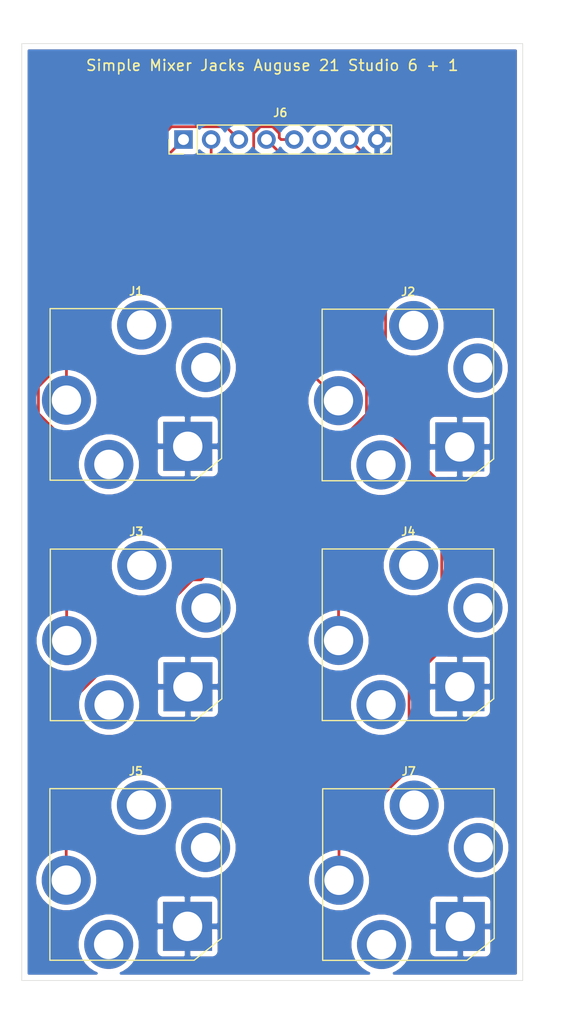
<source format=kicad_pcb>
(kicad_pcb (version 20171130) (host pcbnew "(5.1.9)-1")

  (general
    (thickness 1.6)
    (drawings 199)
    (tracks 37)
    (zones 0)
    (modules 7)
    (nets 9)
  )

  (page A4)
  (layers
    (0 F.Cu signal)
    (31 B.Cu signal)
    (32 B.Adhes user)
    (33 F.Adhes user)
    (34 B.Paste user)
    (35 F.Paste user)
    (36 B.SilkS user)
    (37 F.SilkS user)
    (38 B.Mask user)
    (39 F.Mask user)
    (40 Dwgs.User user hide)
    (41 Cmts.User user)
    (42 Eco1.User user)
    (43 Eco2.User user)
    (44 Edge.Cuts user)
    (45 Margin user)
    (46 B.CrtYd user)
    (47 F.CrtYd user)
    (48 B.Fab user)
    (49 F.Fab user)
  )

  (setup
    (last_trace_width 0.25)
    (trace_clearance 0.2)
    (zone_clearance 0.508)
    (zone_45_only no)
    (trace_min 0.2)
    (via_size 0.8)
    (via_drill 0.4)
    (via_min_size 0.4)
    (via_min_drill 0.3)
    (uvia_size 0.3)
    (uvia_drill 0.1)
    (uvias_allowed no)
    (uvia_min_size 0.2)
    (uvia_min_drill 0.1)
    (edge_width 0.05)
    (segment_width 0.2)
    (pcb_text_width 0.3)
    (pcb_text_size 1.5 1.5)
    (mod_edge_width 0.12)
    (mod_text_size 1 1)
    (mod_text_width 0.15)
    (pad_size 1.524 1.524)
    (pad_drill 0.762)
    (pad_to_mask_clearance 0)
    (aux_axis_origin 0 0)
    (grid_origin 18.51 43.921839)
    (visible_elements FFFFFF7F)
    (pcbplotparams
      (layerselection 0x3ffff_ffffffff)
      (usegerberextensions false)
      (usegerberattributes true)
      (usegerberadvancedattributes true)
      (creategerberjobfile true)
      (excludeedgelayer true)
      (linewidth 0.100000)
      (plotframeref false)
      (viasonmask false)
      (mode 1)
      (useauxorigin false)
      (hpglpennumber 1)
      (hpglpenspeed 20)
      (hpglpendiameter 15.000000)
      (psnegative false)
      (psa4output false)
      (plotreference true)
      (plotvalue true)
      (plotinvisibletext false)
      (padsonsilk false)
      (subtractmaskfromsilk false)
      (outputformat 1)
      (mirror false)
      (drillshape 0)
      (scaleselection 1)
      (outputdirectory "Gerber/"))
  )

  (net 0 "")
  (net 1 /in1)
  (net 2 GND)
  (net 3 /in3)
  (net 4 /in4)
  (net 5 /in5)
  (net 6 /in2)
  (net 7 "Net-(J6-Pad6)")
  (net 8 /out)

  (net_class Default "This is the default net class."
    (clearance 0.2)
    (trace_width 0.25)
    (via_dia 0.8)
    (via_drill 0.4)
    (uvia_dia 0.3)
    (uvia_drill 0.1)
    (add_net /in1)
    (add_net /in2)
    (add_net /in3)
    (add_net /in4)
    (add_net /in5)
    (add_net /out)
    (add_net GND)
    (add_net "Net-(J6-Pad6)")
  )

  (module ao_tht:Jack_6.35mm_PJ_629HAN (layer F.Cu) (tedit 610735D7) (tstamp 6122CE1A)
    (at 29.01 76.15)
    (path /61303894)
    (fp_text reference J1 (at 0 -9.5) (layer F.SilkS)
      (effects (font (size 0.75 0.75) (thickness 0.15)))
    )
    (fp_text value AudioJack2 (at 0 10) (layer F.Fab)
      (effects (font (size 1 1) (thickness 0.15)))
    )
    (fp_line (start -9 9) (end -9 -9) (layer F.CrtYd) (width 0.12))
    (fp_line (start 9 9) (end -9 9) (layer F.CrtYd) (width 0.12))
    (fp_line (start 9 -9) (end 9 9) (layer F.CrtYd) (width 0.12))
    (fp_line (start -9 -9) (end 9 -9) (layer F.CrtYd) (width 0.12))
    (fp_line (start 5.314 7.858) (end -7.894 7.858) (layer Dwgs.User) (width 0.12))
    (fp_line (start 5.35 7.85) (end -7.9 7.85) (layer F.SilkS) (width 0.12))
    (fp_line (start 7.85 -7.9) (end 7.85 5.8) (layer F.SilkS) (width 0.12))
    (fp_line (start 7.854 5.826) (end 5.314 7.858) (layer Dwgs.User) (width 0.12))
    (fp_line (start -7.894 7.858) (end -7.894 -7.89) (layer Dwgs.User) (width 0.12))
    (fp_line (start 7.85 5.8) (end 7.85 5.85) (layer F.SilkS) (width 0.12))
    (fp_line (start -7.9 -7.9) (end 7.85 -7.9) (layer F.SilkS) (width 0.12))
    (fp_line (start 7.854 4.81) (end 7.854 5.826) (layer Dwgs.User) (width 0.12))
    (fp_line (start -7.9 7.85) (end -7.9 -7.9) (layer F.SilkS) (width 0.12))
    (fp_line (start 7.854 -7.89) (end 7.854 4.81) (layer Dwgs.User) (width 0.12))
    (fp_line (start 7.85 5.85) (end 5.35 7.85) (layer F.SilkS) (width 0.12))
    (fp_line (start -7.894 -7.89) (end 7.854 -7.89) (layer Dwgs.User) (width 0.12))
    (pad T thru_hole circle (at -6.4 0.5) (size 4.5 4.5) (drill 2.7) (layers *.Cu *.Mask)
      (net 1 /in1))
    (pad S thru_hole rect (at 4.74 4.74) (size 4.500001 4.500001) (drill 2.7) (layers *.Cu *.Mask)
      (net 2 GND))
    (pad R thru_hole circle (at 0.5 -6.4) (size 4.500001 4.500001) (drill 2.7) (layers *.Cu *.Mask))
    (pad TN thru_hole circle (at -2.5 6.4) (size 4.5 4.5) (drill 2.7) (layers *.Cu *.Mask))
    (pad RN thru_hole circle (at 6.4 -2.5) (size 4.500001 4.500001) (drill 2.7) (layers *.Cu *.Mask))
    (model "/home/rsholmes/Documents/Hobbies/Electronics/KiCad/Libraries/kicadfootprints/3D/User Library-jack-4.step"
      (offset (xyz 0 0 23))
      (scale (xyz 1 1 1))
      (rotate (xyz 0 0 0))
    )
    (model "/home/rsholmes/.config/kicad/3d/User Library-jack-4.STEP"
      (offset (xyz 0 0 23))
      (scale (xyz 1 1 1))
      (rotate (xyz 0 0 0))
    )
  )

  (module ao_tht:Jack_6.35mm_PJ_629HAN (layer F.Cu) (tedit 610735D7) (tstamp 6122CE33)
    (at 53.99 76.2)
    (path /613056D2)
    (fp_text reference J2 (at 0 -9.5) (layer F.SilkS)
      (effects (font (size 0.75 0.75) (thickness 0.15)))
    )
    (fp_text value AudioJack2 (at 0 10) (layer F.Fab)
      (effects (font (size 1 1) (thickness 0.15)))
    )
    (fp_line (start -7.894 -7.89) (end 7.854 -7.89) (layer Dwgs.User) (width 0.12))
    (fp_line (start 7.85 5.85) (end 5.35 7.85) (layer F.SilkS) (width 0.12))
    (fp_line (start 7.854 -7.89) (end 7.854 4.81) (layer Dwgs.User) (width 0.12))
    (fp_line (start -7.9 7.85) (end -7.9 -7.9) (layer F.SilkS) (width 0.12))
    (fp_line (start 7.854 4.81) (end 7.854 5.826) (layer Dwgs.User) (width 0.12))
    (fp_line (start -7.9 -7.9) (end 7.85 -7.9) (layer F.SilkS) (width 0.12))
    (fp_line (start 7.85 5.8) (end 7.85 5.85) (layer F.SilkS) (width 0.12))
    (fp_line (start -7.894 7.858) (end -7.894 -7.89) (layer Dwgs.User) (width 0.12))
    (fp_line (start 7.854 5.826) (end 5.314 7.858) (layer Dwgs.User) (width 0.12))
    (fp_line (start 7.85 -7.9) (end 7.85 5.8) (layer F.SilkS) (width 0.12))
    (fp_line (start 5.35 7.85) (end -7.9 7.85) (layer F.SilkS) (width 0.12))
    (fp_line (start 5.314 7.858) (end -7.894 7.858) (layer Dwgs.User) (width 0.12))
    (fp_line (start -9 -9) (end 9 -9) (layer F.CrtYd) (width 0.12))
    (fp_line (start 9 -9) (end 9 9) (layer F.CrtYd) (width 0.12))
    (fp_line (start 9 9) (end -9 9) (layer F.CrtYd) (width 0.12))
    (fp_line (start -9 9) (end -9 -9) (layer F.CrtYd) (width 0.12))
    (pad RN thru_hole circle (at 6.4 -2.5) (size 4.500001 4.500001) (drill 2.7) (layers *.Cu *.Mask))
    (pad TN thru_hole circle (at -2.5 6.4) (size 4.5 4.5) (drill 2.7) (layers *.Cu *.Mask))
    (pad R thru_hole circle (at 0.5 -6.4) (size 4.500001 4.500001) (drill 2.7) (layers *.Cu *.Mask))
    (pad S thru_hole rect (at 4.74 4.74) (size 4.500001 4.500001) (drill 2.7) (layers *.Cu *.Mask)
      (net 2 GND))
    (pad T thru_hole circle (at -6.4 0.5) (size 4.5 4.5) (drill 2.7) (layers *.Cu *.Mask)
      (net 6 /in2))
    (model "/home/rsholmes/Documents/Hobbies/Electronics/KiCad/Libraries/kicadfootprints/3D/User Library-jack-4.step"
      (offset (xyz 0 0 23))
      (scale (xyz 1 1 1))
      (rotate (xyz 0 0 0))
    )
    (model "/home/rsholmes/.config/kicad/3d/User Library-jack-4.STEP"
      (offset (xyz 0 0 23))
      (scale (xyz 1 1 1))
      (rotate (xyz 0 0 0))
    )
  )

  (module ao_tht:Jack_6.35mm_PJ_629HAN (layer F.Cu) (tedit 610735D7) (tstamp 6122CE4C)
    (at 29.03 98.22)
    (path /61305ED7)
    (fp_text reference J3 (at 0 -9.5) (layer F.SilkS)
      (effects (font (size 0.75 0.75) (thickness 0.15)))
    )
    (fp_text value AudioJack2 (at 0 10) (layer F.Fab)
      (effects (font (size 1 1) (thickness 0.15)))
    )
    (fp_line (start -9 9) (end -9 -9) (layer F.CrtYd) (width 0.12))
    (fp_line (start 9 9) (end -9 9) (layer F.CrtYd) (width 0.12))
    (fp_line (start 9 -9) (end 9 9) (layer F.CrtYd) (width 0.12))
    (fp_line (start -9 -9) (end 9 -9) (layer F.CrtYd) (width 0.12))
    (fp_line (start 5.314 7.858) (end -7.894 7.858) (layer Dwgs.User) (width 0.12))
    (fp_line (start 5.35 7.85) (end -7.9 7.85) (layer F.SilkS) (width 0.12))
    (fp_line (start 7.85 -7.9) (end 7.85 5.8) (layer F.SilkS) (width 0.12))
    (fp_line (start 7.854 5.826) (end 5.314 7.858) (layer Dwgs.User) (width 0.12))
    (fp_line (start -7.894 7.858) (end -7.894 -7.89) (layer Dwgs.User) (width 0.12))
    (fp_line (start 7.85 5.8) (end 7.85 5.85) (layer F.SilkS) (width 0.12))
    (fp_line (start -7.9 -7.9) (end 7.85 -7.9) (layer F.SilkS) (width 0.12))
    (fp_line (start 7.854 4.81) (end 7.854 5.826) (layer Dwgs.User) (width 0.12))
    (fp_line (start -7.9 7.85) (end -7.9 -7.9) (layer F.SilkS) (width 0.12))
    (fp_line (start 7.854 -7.89) (end 7.854 4.81) (layer Dwgs.User) (width 0.12))
    (fp_line (start 7.85 5.85) (end 5.35 7.85) (layer F.SilkS) (width 0.12))
    (fp_line (start -7.894 -7.89) (end 7.854 -7.89) (layer Dwgs.User) (width 0.12))
    (pad T thru_hole circle (at -6.4 0.5) (size 4.5 4.5) (drill 2.7) (layers *.Cu *.Mask)
      (net 3 /in3))
    (pad S thru_hole rect (at 4.74 4.74) (size 4.500001 4.500001) (drill 2.7) (layers *.Cu *.Mask)
      (net 2 GND))
    (pad R thru_hole circle (at 0.5 -6.4) (size 4.500001 4.500001) (drill 2.7) (layers *.Cu *.Mask))
    (pad TN thru_hole circle (at -2.5 6.4) (size 4.5 4.5) (drill 2.7) (layers *.Cu *.Mask))
    (pad RN thru_hole circle (at 6.4 -2.5) (size 4.500001 4.500001) (drill 2.7) (layers *.Cu *.Mask))
    (model "/home/rsholmes/Documents/Hobbies/Electronics/KiCad/Libraries/kicadfootprints/3D/User Library-jack-4.step"
      (offset (xyz 0 0 23))
      (scale (xyz 1 1 1))
      (rotate (xyz 0 0 0))
    )
    (model "/home/rsholmes/.config/kicad/3d/User Library-jack-4.STEP"
      (offset (xyz 0 0 23))
      (scale (xyz 1 1 1))
      (rotate (xyz 0 0 0))
    )
  )

  (module ao_tht:Jack_6.35mm_PJ_629HAN (layer F.Cu) (tedit 610735D7) (tstamp 6122CE65)
    (at 54 98.21)
    (path /61306556)
    (fp_text reference J4 (at 0 -9.5) (layer F.SilkS)
      (effects (font (size 0.75 0.75) (thickness 0.15)))
    )
    (fp_text value AudioJack2 (at 0 10) (layer F.Fab)
      (effects (font (size 1 1) (thickness 0.15)))
    )
    (fp_line (start -7.894 -7.89) (end 7.854 -7.89) (layer Dwgs.User) (width 0.12))
    (fp_line (start 7.85 5.85) (end 5.35 7.85) (layer F.SilkS) (width 0.12))
    (fp_line (start 7.854 -7.89) (end 7.854 4.81) (layer Dwgs.User) (width 0.12))
    (fp_line (start -7.9 7.85) (end -7.9 -7.9) (layer F.SilkS) (width 0.12))
    (fp_line (start 7.854 4.81) (end 7.854 5.826) (layer Dwgs.User) (width 0.12))
    (fp_line (start -7.9 -7.9) (end 7.85 -7.9) (layer F.SilkS) (width 0.12))
    (fp_line (start 7.85 5.8) (end 7.85 5.85) (layer F.SilkS) (width 0.12))
    (fp_line (start -7.894 7.858) (end -7.894 -7.89) (layer Dwgs.User) (width 0.12))
    (fp_line (start 7.854 5.826) (end 5.314 7.858) (layer Dwgs.User) (width 0.12))
    (fp_line (start 7.85 -7.9) (end 7.85 5.8) (layer F.SilkS) (width 0.12))
    (fp_line (start 5.35 7.85) (end -7.9 7.85) (layer F.SilkS) (width 0.12))
    (fp_line (start 5.314 7.858) (end -7.894 7.858) (layer Dwgs.User) (width 0.12))
    (fp_line (start -9 -9) (end 9 -9) (layer F.CrtYd) (width 0.12))
    (fp_line (start 9 -9) (end 9 9) (layer F.CrtYd) (width 0.12))
    (fp_line (start 9 9) (end -9 9) (layer F.CrtYd) (width 0.12))
    (fp_line (start -9 9) (end -9 -9) (layer F.CrtYd) (width 0.12))
    (pad RN thru_hole circle (at 6.4 -2.5) (size 4.500001 4.500001) (drill 2.7) (layers *.Cu *.Mask))
    (pad TN thru_hole circle (at -2.5 6.4) (size 4.5 4.5) (drill 2.7) (layers *.Cu *.Mask))
    (pad R thru_hole circle (at 0.5 -6.4) (size 4.500001 4.500001) (drill 2.7) (layers *.Cu *.Mask))
    (pad S thru_hole rect (at 4.74 4.74) (size 4.500001 4.500001) (drill 2.7) (layers *.Cu *.Mask)
      (net 2 GND))
    (pad T thru_hole circle (at -6.4 0.5) (size 4.5 4.5) (drill 2.7) (layers *.Cu *.Mask)
      (net 4 /in4))
    (model "/home/rsholmes/Documents/Hobbies/Electronics/KiCad/Libraries/kicadfootprints/3D/User Library-jack-4.step"
      (offset (xyz 0 0 23))
      (scale (xyz 1 1 1))
      (rotate (xyz 0 0 0))
    )
    (model "/home/rsholmes/.config/kicad/3d/User Library-jack-4.STEP"
      (offset (xyz 0 0 23))
      (scale (xyz 1 1 1))
      (rotate (xyz 0 0 0))
    )
  )

  (module ao_tht:Jack_6.35mm_PJ_629HAN (layer F.Cu) (tedit 610735D7) (tstamp 6122CE7E)
    (at 28.99 120.21)
    (path /61306A53)
    (fp_text reference J5 (at 0 -9.5) (layer F.SilkS)
      (effects (font (size 0.75 0.75) (thickness 0.15)))
    )
    (fp_text value AudioJack2 (at 0 10) (layer F.Fab)
      (effects (font (size 1 1) (thickness 0.15)))
    )
    (fp_line (start -9 9) (end -9 -9) (layer F.CrtYd) (width 0.12))
    (fp_line (start 9 9) (end -9 9) (layer F.CrtYd) (width 0.12))
    (fp_line (start 9 -9) (end 9 9) (layer F.CrtYd) (width 0.12))
    (fp_line (start -9 -9) (end 9 -9) (layer F.CrtYd) (width 0.12))
    (fp_line (start 5.314 7.858) (end -7.894 7.858) (layer Dwgs.User) (width 0.12))
    (fp_line (start 5.35 7.85) (end -7.9 7.85) (layer F.SilkS) (width 0.12))
    (fp_line (start 7.85 -7.9) (end 7.85 5.8) (layer F.SilkS) (width 0.12))
    (fp_line (start 7.854 5.826) (end 5.314 7.858) (layer Dwgs.User) (width 0.12))
    (fp_line (start -7.894 7.858) (end -7.894 -7.89) (layer Dwgs.User) (width 0.12))
    (fp_line (start 7.85 5.8) (end 7.85 5.85) (layer F.SilkS) (width 0.12))
    (fp_line (start -7.9 -7.9) (end 7.85 -7.9) (layer F.SilkS) (width 0.12))
    (fp_line (start 7.854 4.81) (end 7.854 5.826) (layer Dwgs.User) (width 0.12))
    (fp_line (start -7.9 7.85) (end -7.9 -7.9) (layer F.SilkS) (width 0.12))
    (fp_line (start 7.854 -7.89) (end 7.854 4.81) (layer Dwgs.User) (width 0.12))
    (fp_line (start 7.85 5.85) (end 5.35 7.85) (layer F.SilkS) (width 0.12))
    (fp_line (start -7.894 -7.89) (end 7.854 -7.89) (layer Dwgs.User) (width 0.12))
    (pad T thru_hole circle (at -6.4 0.5) (size 4.5 4.5) (drill 2.7) (layers *.Cu *.Mask)
      (net 5 /in5))
    (pad S thru_hole rect (at 4.74 4.74) (size 4.500001 4.500001) (drill 2.7) (layers *.Cu *.Mask)
      (net 2 GND))
    (pad R thru_hole circle (at 0.5 -6.4) (size 4.500001 4.500001) (drill 2.7) (layers *.Cu *.Mask))
    (pad TN thru_hole circle (at -2.5 6.4) (size 4.5 4.5) (drill 2.7) (layers *.Cu *.Mask))
    (pad RN thru_hole circle (at 6.4 -2.5) (size 4.500001 4.500001) (drill 2.7) (layers *.Cu *.Mask))
    (model "/home/rsholmes/Documents/Hobbies/Electronics/KiCad/Libraries/kicadfootprints/3D/User Library-jack-4.step"
      (offset (xyz 0 0 23))
      (scale (xyz 1 1 1))
      (rotate (xyz 0 0 0))
    )
    (model "/home/rsholmes/.config/kicad/3d/User Library-jack-4.STEP"
      (offset (xyz 0 0 23))
      (scale (xyz 1 1 1))
      (rotate (xyz 0 0 0))
    )
  )

  (module ao_tht:PinHeader_1x08_P2.54mm_Vertical (layer F.Cu) (tedit 602FC2E1) (tstamp 6122CE9A)
    (at 42.25 52.603)
    (descr "Through hole straight pin header, 1x08, 2.54mm pitch, single row")
    (tags "Through hole pin header THT 1x08 2.54mm single row")
    (path /613020A4)
    (fp_text reference J6 (at 0 -2.33) (layer F.SilkS)
      (effects (font (size 0.75 0.75) (thickness 0.15)))
    )
    (fp_text value Conn_01x08_Male (at 0 2.794) (layer F.Fab)
      (effects (font (size 1 1) (thickness 0.15)))
    )
    (fp_line (start -10.69 -1.673) (end -10.69 1.927) (layer F.CrtYd) (width 0.05))
    (fp_line (start 10.66 -1.673) (end -10.69 -1.673) (layer F.CrtYd) (width 0.05))
    (fp_line (start 10.66 1.927) (end 10.66 -1.673) (layer F.CrtYd) (width 0.05))
    (fp_line (start -10.69 1.927) (end 10.66 1.927) (layer F.CrtYd) (width 0.05))
    (fp_line (start -10.22 1.457) (end -10.22 0.127) (layer F.SilkS) (width 0.12))
    (fp_line (start -8.89 1.457) (end -10.22 1.457) (layer F.SilkS) (width 0.12))
    (fp_line (start -7.62 1.457) (end -7.62 -1.203) (layer F.SilkS) (width 0.12))
    (fp_line (start -7.62 -1.203) (end 10.22 -1.203) (layer F.SilkS) (width 0.12))
    (fp_line (start -7.62 1.457) (end 10.22 1.457) (layer F.SilkS) (width 0.12))
    (fp_line (start 10.22 1.457) (end 10.22 -1.203) (layer F.SilkS) (width 0.12))
    (fp_line (start -9.525 1.397) (end -10.16 0.762) (layer F.Fab) (width 0.1))
    (fp_line (start 10.16 1.397) (end -9.525 1.397) (layer F.Fab) (width 0.1))
    (fp_line (start 10.16 -1.143) (end 10.16 1.397) (layer F.Fab) (width 0.1))
    (fp_line (start -10.16 -1.143) (end 10.16 -1.143) (layer F.Fab) (width 0.1))
    (fp_line (start -10.16 0.762) (end -10.16 -1.143) (layer F.Fab) (width 0.1))
    (fp_text user %R (at 0 0.127 180) (layer F.Fab)
      (effects (font (size 1 1) (thickness 0.15)))
    )
    (pad 1 thru_hole rect (at -8.89 0.127 90) (size 1.7 1.7) (drill 1) (layers *.Cu *.Mask)
      (net 1 /in1))
    (pad 2 thru_hole oval (at -6.35 0.127 90) (size 1.7 1.7) (drill 1) (layers *.Cu *.Mask)
      (net 6 /in2))
    (pad 3 thru_hole oval (at -3.81 0.127 90) (size 1.7 1.7) (drill 1) (layers *.Cu *.Mask)
      (net 3 /in3))
    (pad 4 thru_hole oval (at -1.27 0.127 90) (size 1.7 1.7) (drill 1) (layers *.Cu *.Mask)
      (net 4 /in4))
    (pad 5 thru_hole oval (at 1.27 0.127 90) (size 1.7 1.7) (drill 1) (layers *.Cu *.Mask)
      (net 5 /in5))
    (pad 6 thru_hole oval (at 3.81 0.127 90) (size 1.7 1.7) (drill 1) (layers *.Cu *.Mask)
      (net 7 "Net-(J6-Pad6)"))
    (pad 7 thru_hole oval (at 6.35 0.127 90) (size 1.7 1.7) (drill 1) (layers *.Cu *.Mask)
      (net 8 /out))
    (pad 8 thru_hole oval (at 8.89 0.127 90) (size 1.7 1.7) (drill 1) (layers *.Cu *.Mask)
      (net 2 GND))
    (model ${KISYS3DMOD}/Connector_PinHeader_2.54mm.3dshapes/PinHeader_1x08_P2.54mm_Vertical.wrl
      (offset (xyz 9 0 0))
      (scale (xyz 1 1 1))
      (rotate (xyz 0 0 90))
    )
  )

  (module ao_tht:Jack_6.35mm_PJ_629HAN (layer F.Cu) (tedit 610735D7) (tstamp 6122CEB3)
    (at 54.04 120.22)
    (path /6130881C)
    (fp_text reference J7 (at 0 -9.5) (layer F.SilkS)
      (effects (font (size 0.75 0.75) (thickness 0.15)))
    )
    (fp_text value AudioJack2 (at 0 10) (layer F.Fab)
      (effects (font (size 1 1) (thickness 0.15)))
    )
    (fp_line (start -7.894 -7.89) (end 7.854 -7.89) (layer Dwgs.User) (width 0.12))
    (fp_line (start 7.85 5.85) (end 5.35 7.85) (layer F.SilkS) (width 0.12))
    (fp_line (start 7.854 -7.89) (end 7.854 4.81) (layer Dwgs.User) (width 0.12))
    (fp_line (start -7.9 7.85) (end -7.9 -7.9) (layer F.SilkS) (width 0.12))
    (fp_line (start 7.854 4.81) (end 7.854 5.826) (layer Dwgs.User) (width 0.12))
    (fp_line (start -7.9 -7.9) (end 7.85 -7.9) (layer F.SilkS) (width 0.12))
    (fp_line (start 7.85 5.8) (end 7.85 5.85) (layer F.SilkS) (width 0.12))
    (fp_line (start -7.894 7.858) (end -7.894 -7.89) (layer Dwgs.User) (width 0.12))
    (fp_line (start 7.854 5.826) (end 5.314 7.858) (layer Dwgs.User) (width 0.12))
    (fp_line (start 7.85 -7.9) (end 7.85 5.8) (layer F.SilkS) (width 0.12))
    (fp_line (start 5.35 7.85) (end -7.9 7.85) (layer F.SilkS) (width 0.12))
    (fp_line (start 5.314 7.858) (end -7.894 7.858) (layer Dwgs.User) (width 0.12))
    (fp_line (start -9 -9) (end 9 -9) (layer F.CrtYd) (width 0.12))
    (fp_line (start 9 -9) (end 9 9) (layer F.CrtYd) (width 0.12))
    (fp_line (start 9 9) (end -9 9) (layer F.CrtYd) (width 0.12))
    (fp_line (start -9 9) (end -9 -9) (layer F.CrtYd) (width 0.12))
    (pad RN thru_hole circle (at 6.4 -2.5) (size 4.500001 4.500001) (drill 2.7) (layers *.Cu *.Mask))
    (pad TN thru_hole circle (at -2.5 6.4) (size 4.5 4.5) (drill 2.7) (layers *.Cu *.Mask))
    (pad R thru_hole circle (at 0.5 -6.4) (size 4.500001 4.500001) (drill 2.7) (layers *.Cu *.Mask))
    (pad S thru_hole rect (at 4.74 4.74) (size 4.500001 4.500001) (drill 2.7) (layers *.Cu *.Mask)
      (net 2 GND))
    (pad T thru_hole circle (at -6.4 0.5) (size 4.5 4.5) (drill 2.7) (layers *.Cu *.Mask)
      (net 8 /out))
    (model "/home/rsholmes/Documents/Hobbies/Electronics/KiCad/Libraries/kicadfootprints/3D/User Library-jack-4.step"
      (offset (xyz 0 0 23))
      (scale (xyz 1 1 1))
      (rotate (xyz 0 0 0))
    )
    (model "/home/rsholmes/.config/kicad/3d/User Library-jack-4.STEP"
      (offset (xyz 0 0 23))
      (scale (xyz 1 1 1))
      (rotate (xyz 0 0 0))
    )
  )

  (gr_text "Simple Mixer Jacks Auguse 21 Studio 6 + 1\n" (at 41.51 45.921839) (layer F.SilkS)
    (effects (font (size 1 1) (thickness 0.15)))
  )
  (gr_line (start 18.51 129.921839) (end 18.51 43.921839) (layer Edge.Cuts) (width 0.05) (tstamp 6122D103))
  (gr_line (start 64.51 129.921839) (end 18.51 129.921839) (layer Edge.Cuts) (width 0.05))
  (gr_line (start 64.51 43.921839) (end 64.51 129.921839) (layer Edge.Cuts) (width 0.05))
  (gr_line (start 18.51 43.921839) (end 64.51 43.921839) (layer Edge.Cuts) (width 0.05))
  (gr_text 2 (at 53.217411 66.417839) (layer Dwgs.User)
    (effects (font (size 2.5 2.25) (thickness 0.3125)) (justify left bottom))
  )
  (gr_text MIX (at 36.267014 -48.900579) (layer Dwgs.User)
    (effects (font (size 5 4.5) (thickness 0.625)) (justify left bottom))
  )
  (gr_text 3 (at 27.657376 -5.973518) (layer Dwgs.User)
    (effects (font (size 2.5 2.25) (thickness 0.3125)) (justify left bottom))
  )
  (gr_text 1 (at 27.657376 -45.973518) (layer Dwgs.User)
    (effects (font (size 2.5 2.25) (thickness 0.3125)) (justify left bottom))
  )
  (gr_text 5 (at 27.657376 34.026482) (layer Dwgs.User)
    (effects (font (size 2.5 2.25) (thickness 0.3125)) (justify left bottom))
  )
  (gr_text 1 (at 27.939444 66.417839) (layer Dwgs.User)
    (effects (font (size 2.5 2.25) (thickness 0.3125)) (justify left bottom))
  )
  (gr_text OUT (at 49.716384 110.417839) (layer Dwgs.User)
    (effects (font (size 2.5 2.25) (thickness 0.3125)) (justify left bottom))
  )
  (gr_text 4 (at 53.217411 88.417839) (layer Dwgs.User)
    (effects (font (size 2.5 2.25) (thickness 0.3125)) (justify left bottom))
  )
  (gr_text "6 + 1" (at 33.964005 138.851196) (layer Dwgs.User)
    (effects (font (size 5 4.5) (thickness 0.625)) (justify left bottom))
  )
  (gr_text 1 (at 27.939444 66.417839) (layer Dwgs.User)
    (effects (font (size 2.5 2.25) (thickness 0.3125)) (justify left bottom))
  )
  (gr_text 3 (at 27.939444 88.417839) (layer Dwgs.User)
    (effects (font (size 2.5 2.25) (thickness 0.3125)) (justify left bottom))
  )
  (gr_text 2 (at 53.217411 66.417839) (layer Dwgs.User)
    (effects (font (size 2.5 2.25) (thickness 0.3125)) (justify left bottom))
  )
  (gr_text OUT (at 49.761819 34.026482) (layer Dwgs.User)
    (effects (font (size 2.5 2.25) (thickness 0.3125)) (justify left bottom))
  )
  (gr_text MIX (at 36.267014 -48.900579) (layer Dwgs.User)
    (effects (font (size 5 4.5) (thickness 0.625)) (justify left bottom))
  )
  (gr_text "6 + 1" (at 33.964005 138.851196) (layer Dwgs.User)
    (effects (font (size 5 4.5) (thickness 0.625)) (justify left bottom))
  )
  (gr_text 4 (at 52.657376 -5.973518) (layer Dwgs.User)
    (effects (font (size 2.5 2.25) (thickness 0.3125)) (justify left bottom))
  )
  (gr_text OUT (at 49.761819 34.026482) (layer Dwgs.User)
    (effects (font (size 2.5 2.25) (thickness 0.3125)) (justify left bottom))
  )
  (gr_text 5 (at 27.939444 110.417839) (layer Dwgs.User)
    (effects (font (size 2.5 2.25) (thickness 0.3125)) (justify left bottom))
  )
  (gr_text 1 (at 27.657376 -45.973518) (layer Dwgs.User)
    (effects (font (size 2.5 2.25) (thickness 0.3125)) (justify left bottom))
  )
  (gr_text 4 (at 52.657376 -5.973518) (layer Dwgs.User)
    (effects (font (size 2.5 2.25) (thickness 0.3125)) (justify left bottom))
  )
  (gr_text 2 (at 52.657376 -45.973518) (layer Dwgs.User)
    (effects (font (size 2.5 2.25) (thickness 0.3125)) (justify left bottom))
  )
  (gr_text 5 (at 27.657376 34.026482) (layer Dwgs.User)
    (effects (font (size 2.5 2.25) (thickness 0.3125)) (justify left bottom))
  )
  (gr_text 3 (at 27.657376 -5.973518) (layer Dwgs.User)
    (effects (font (size 2.5 2.25) (thickness 0.3125)) (justify left bottom))
  )
  (gr_text 5 (at 27.939444 110.417839) (layer Dwgs.User)
    (effects (font (size 2.5 2.25) (thickness 0.3125)) (justify left bottom))
  )
  (gr_text OUT (at 49.716384 110.417839) (layer Dwgs.User)
    (effects (font (size 2.5 2.25) (thickness 0.3125)) (justify left bottom))
  )
  (gr_text 4 (at 53.217411 88.417839) (layer Dwgs.User)
    (effects (font (size 2.5 2.25) (thickness 0.3125)) (justify left bottom))
  )
  (gr_text 2 (at 52.657376 -45.973518) (layer Dwgs.User)
    (effects (font (size 2.5 2.25) (thickness 0.3125)) (justify left bottom))
  )
  (gr_text 3 (at 27.939444 88.417839) (layer Dwgs.User)
    (effects (font (size 2.5 2.25) (thickness 0.3125)) (justify left bottom))
  )
  (gr_line (start 28.6718 38.806599) (end 29.348199 45.673399) (layer Dwgs.User) (width 0.2))
  (gr_line (start 35.8063 51.889999) (end 35.973699 53.589999) (layer Dwgs.User) (width 0.2))
  (gr_line (start 33.266299 51.889999) (end 33.433699 53.589999) (layer Dwgs.User) (width 0.2))
  (gr_line (start 36.74 52.655999) (end 35.04 52.824) (layer Dwgs.User) (width 0.2))
  (gr_line (start 61.91 -54.76) (end 65.11 -54.76) (layer Dwgs.User) (width 0.2))
  (gr_line (start 38.3463 51.889999) (end 38.513699 53.589999) (layer Dwgs.User) (width 0.2))
  (gr_line (start 53.6718 38.806599) (end 54.348199 45.673399) (layer Dwgs.User) (width 0.2))
  (gr_circle (center 54.01 -37.76) (end 57.51 -37.76) (layer Dwgs.User) (width 0.2))
  (gr_line (start 43.426299 51.889999) (end 43.593699 53.589999) (layer Dwgs.User) (width 0.2))
  (gr_line (start 32.443399 1.901799) (end 25.576599 2.578199) (layer Dwgs.User) (width 0.2))
  (gr_circle (center 54.01 42.24) (end 57.51 42.24) (layer Dwgs.User) (width 0.2))
  (gr_circle (center 29.01 42.24) (end 32.51 42.24) (layer Dwgs.User) (width 0.2))
  (gr_line (start 41.82 52.655999) (end 40.119999 52.824) (layer Dwgs.User) (width 0.2))
  (gr_circle (center 63.51 139.24) (end 65.11 139.24) (layer Dwgs.User) (width 0.2))
  (gr_circle (center 63.51 -54.76) (end 65.11 -54.76) (layer Dwgs.User) (width 0.2))
  (gr_circle (center 19.51 -54.76) (end 21.11 -54.76) (layer Dwgs.User) (width 0.2))
  (gr_line (start 19.51 137.639999) (end 19.51 140.839999) (layer Dwgs.User) (width 0.2))
  (gr_line (start 39.279999 52.655999) (end 37.58 52.824) (layer Dwgs.User) (width 0.2))
  (gr_circle (center 29.01 2.24) (end 32.51 2.24) (layer Dwgs.User) (width 0.2))
  (gr_line (start 49.439999 52.655999) (end 47.739999 52.824) (layer Dwgs.User) (width 0.2))
  (gr_line (start 53.456466 19.546968) (end 53.934866 24.403568) (layer Dwgs.User) (width 0.2))
  (gr_line (start 63.51 137.639999) (end 63.51 140.839999) (layer Dwgs.User) (width 0.2))
  (gr_line (start 17.91 -54.76) (end 21.11 -54.76) (layer Dwgs.User) (width 0.2))
  (gr_line (start 19.51 -56.360001) (end 19.51 -53.160001) (layer Dwgs.User) (width 0.2))
  (gr_line (start 46.899999 52.655999) (end 45.199999 52.824) (layer Dwgs.User) (width 0.2))
  (gr_circle (center 19.51 139.24) (end 21.11 139.24) (layer Dwgs.User) (width 0.2))
  (gr_line (start 51.046299 51.889999) (end 51.213699 53.589999) (layer Dwgs.User) (width 0.2))
  (gr_circle (center 54.01 2.24) (end 57.51 2.24) (layer Dwgs.User) (width 0.2))
  (gr_line (start 57.443399 -38.098201) (end 50.576599 -37.421801) (layer Dwgs.User) (width 0.2))
  (gr_line (start 51.257466 22.215368) (end 56.123966 21.749092) (layer Dwgs.User) (width 0.2))
  (gr_line (start 53.6718 -1.193401) (end 54.348199 5.673399) (layer Dwgs.User) (width 0.2))
  (gr_line (start 53.6718 -41.193401) (end 54.348199 -34.326601) (layer Dwgs.User) (width 0.2))
  (gr_line (start 61.91 139.24) (end 65.11 139.24) (layer Dwgs.User) (width 0.2))
  (gr_line (start 51.979999 52.655999) (end 50.279999 52.824) (layer Dwgs.User) (width 0.2))
  (gr_line (start 48.506299 51.889999) (end 48.673699 53.589999) (layer Dwgs.User) (width 0.2))
  (gr_line (start 40.886299 51.889999) (end 41.0537 53.589999) (layer Dwgs.User) (width 0.2))
  (gr_line (start 32.443399 41.901799) (end 25.576599 42.578199) (layer Dwgs.User) (width 0.2))
  (gr_line (start 63.51 -56.360001) (end 63.51 -53.160001) (layer Dwgs.User) (width 0.2))
  (gr_line (start 17.91 139.24) (end 21.11 139.24) (layer Dwgs.User) (width 0.2))
  (gr_line (start 45.966299 51.889999) (end 46.133699 53.589999) (layer Dwgs.User) (width 0.2))
  (gr_line (start 44.36 52.655999) (end 42.659999 52.824) (layer Dwgs.User) (width 0.2))
  (gr_line (start 34.199999 52.655999) (end 32.499999 52.824) (layer Dwgs.User) (width 0.2))
  (gr_circle (center 53.696299 21.981695) (end 56.196299 21.981695) (layer Dwgs.User) (width 0.2))
  (gr_line (start 57.443399 41.901799) (end 50.576599 42.578199) (layer Dwgs.User) (width 0.2))
  (gr_line (start 57.443399 1.901799) (end 50.576599 2.578199) (layer Dwgs.User) (width 0.2))
  (gr_line (start 16.51 142.24) (end 66.51 142.24) (layer Dwgs.User) (width 0.2))
  (gr_circle (center 29.01 120.24) (end 34.01 120.24) (layer Dwgs.User) (width 0.2))
  (gr_line (start 64.51 -45.76) (end 18.51 -45.76) (layer Dwgs.User) (width 0.2))
  (gr_line (start 44.36 49.655999) (end 42.659999 49.824) (layer Dwgs.User) (width 0.2))
  (gr_line (start 41.82 49.655999) (end 40.119999 49.824) (layer Dwgs.User) (width 0.2))
  (gr_line (start 45.966299 48.889999) (end 46.133699 50.589999) (layer Dwgs.User) (width 0.2))
  (gr_line (start 66.51 142.24) (end 66.51 -57.76) (layer Dwgs.User) (width 0.2))
  (gr_line (start 46.899999 49.655999) (end 45.199999 49.824) (layer Dwgs.User) (width 0.2))
  (gr_line (start 28.6718 -41.193401) (end 29.348199 -34.326601) (layer Dwgs.User) (width 0.2))
  (gr_line (start 46.388724 106.460035) (end 61.127045 106.460035) (layer Dwgs.User) (width 0.2))
  (gr_line (start 51.979999 49.655999) (end 50.279999 49.824) (layer Dwgs.User) (width 0.2))
  (gr_circle (center 54.01 76.24) (end 59.01 76.24) (layer Dwgs.User) (width 0.2))
  (gr_line (start 49.01 120.24) (end 59.01 120.24) (layer Dwgs.User) (width 0.2))
  (gr_line (start 18.51 -45.76) (end 18.51 54.24) (layer Dwgs.User) (width 0.2))
  (gr_line (start 51.046299 48.889999) (end 51.213699 50.589999) (layer Dwgs.User) (width 0.2))
  (gr_line (start 66.51 -57.76) (end 16.51 -57.76) (layer Dwgs.User) (width 0.2))
  (gr_line (start 61.127045 128.212546) (end 46.388724 128.212546) (layer Dwgs.User) (width 0.2))
  (gr_circle (center 54.01 120.24) (end 59.01 120.24) (layer Dwgs.User) (width 0.2))
  (gr_line (start 29.01 115.24) (end 29.01 125.24) (layer Dwgs.User) (width 0.2))
  (gr_line (start 18.51 130.24) (end 64.51 130.24) (layer Dwgs.User) (width 0.2))
  (gr_line (start 63.51 137.639999) (end 63.51 140.839999) (layer Dwgs.User) (width 0.2))
  (gr_line (start 61.91 -54.76) (end 65.11 -54.76) (layer Dwgs.User) (width 0.2))
  (gr_line (start 48.506299 48.889999) (end 48.673699 50.589999) (layer Dwgs.User) (width 0.2))
  (gr_line (start 29.01 93.24) (end 29.01 103.24) (layer Dwgs.User) (width 0.2))
  (gr_circle (center 54.01 98.24) (end 59.01 98.24) (layer Dwgs.User) (width 0.2))
  (gr_line (start 19.51 -56.360001) (end 19.51 -53.160001) (layer Dwgs.User) (width 0.2))
  (gr_line (start 38.3463 48.889999) (end 38.513699 50.589999) (layer Dwgs.User) (width 0.2))
  (gr_line (start 24.01 98.24) (end 34.01 98.24) (layer Dwgs.User) (width 0.2))
  (gr_line (start 54.01 93.24) (end 54.01 103.24) (layer Dwgs.User) (width 0.2))
  (gr_line (start 61.91 139.24) (end 65.11 139.24) (layer Dwgs.User) (width 0.2))
  (gr_line (start 17.91 139.24) (end 21.11 139.24) (layer Dwgs.User) (width 0.2))
  (gr_line (start 63.51 -56.360001) (end 63.51 -53.160001) (layer Dwgs.User) (width 0.2))
  (gr_line (start 17.91 -54.76) (end 21.11 -54.76) (layer Dwgs.User) (width 0.2))
  (gr_line (start 16.51 -57.76) (end 16.51 142.24) (layer Dwgs.User) (width 0.2))
  (gr_line (start 18.51 43.921839) (end 18.51 130.24) (layer Dwgs.User) (width 0.2))
  (gr_line (start 28.6718 -1.193401) (end 29.348199 5.673399) (layer Dwgs.User) (width 0.2))
  (gr_line (start 39.279999 49.655999) (end 37.58 49.824) (layer Dwgs.User) (width 0.2))
  (gr_line (start 49.01 98.24) (end 59.01 98.24) (layer Dwgs.User) (width 0.2))
  (gr_line (start 54.01 71.24) (end 54.01 81.24) (layer Dwgs.User) (width 0.2))
  (gr_circle (center 29.01 -37.76) (end 32.51 -37.76) (layer Dwgs.User) (width 0.2))
  (gr_circle (center 29.01 98.24) (end 34.01 98.24) (layer Dwgs.User) (width 0.2))
  (gr_line (start 24.01 120.24) (end 34.01 120.24) (layer Dwgs.User) (width 0.2))
  (gr_line (start 64.51 43.921839) (end 18.51 43.921839) (layer Dwgs.User) (width 0.2))
  (gr_line (start 64.51 130.24) (end 64.51 43.921839) (layer Dwgs.User) (width 0.2))
  (gr_line (start 18.51 57.24) (end 64.51 57.24) (layer Dwgs.User) (width 0.2))
  (gr_line (start 36.74 49.655999) (end 35.04 49.824) (layer Dwgs.User) (width 0.2))
  (gr_line (start 32.443399 -38.098201) (end 25.576599 -37.421801) (layer Dwgs.User) (width 0.2))
  (gr_line (start 46.388724 128.212546) (end 46.388724 106.460035) (layer Dwgs.User) (width 0.2))
  (gr_line (start 49.01 76.24) (end 59.01 76.24) (layer Dwgs.User) (width 0.2))
  (gr_line (start 61.127045 106.460035) (end 61.127045 128.212546) (layer Dwgs.User) (width 0.2))
  (gr_circle (center 63.51 -54.76) (end 65.11 -54.76) (layer Dwgs.User) (width 0.2))
  (gr_circle (center 19.51 -54.76) (end 21.11 -54.76) (layer Dwgs.User) (width 0.2))
  (gr_line (start 49.439999 49.655999) (end 47.739999 49.824) (layer Dwgs.User) (width 0.2))
  (gr_line (start 29.01 71.24) (end 29.01 81.24) (layer Dwgs.User) (width 0.2))
  (gr_line (start 24.01 76.24) (end 34.01 76.24) (layer Dwgs.User) (width 0.2))
  (gr_circle (center 29.01 76.24) (end 34.01 76.24) (layer Dwgs.User) (width 0.2))
  (gr_circle (center 63.51 139.24) (end 65.11 139.24) (layer Dwgs.User) (width 0.2))
  (gr_line (start 64.51 54.24) (end 64.51 -45.76) (layer Dwgs.User) (width 0.2))
  (gr_line (start 19.51 137.639999) (end 19.51 140.839999) (layer Dwgs.User) (width 0.2))
  (gr_circle (center 19.51 139.24) (end 21.11 139.24) (layer Dwgs.User) (width 0.2))
  (gr_line (start 43.426299 48.889999) (end 43.593699 50.589999) (layer Dwgs.User) (width 0.2))
  (gr_line (start 40.886299 48.889999) (end 41.0537 50.589999) (layer Dwgs.User) (width 0.2))
  (gr_line (start 54.01 115.24) (end 54.01 125.24) (layer Dwgs.User) (width 0.2))
  (gr_line (start 49.01 98.24) (end 59.01 98.24) (layer Dwgs.User) (width 0.2))
  (gr_line (start 24.01 120.24) (end 34.01 120.24) (layer Dwgs.User) (width 0.2))
  (gr_line (start 18.51 43.921839) (end 18.51 130.24) (layer Dwgs.User) (width 0.2))
  (gr_line (start 33.266299 48.889999) (end 33.433699 50.589999) (layer Dwgs.User) (width 0.2))
  (gr_line (start 57.443399 41.901799) (end 50.576599 42.578199) (layer Dwgs.User) (width 0.2))
  (gr_line (start 53.6718 -41.193401) (end 54.348199 -34.326601) (layer Dwgs.User) (width 0.2))
  (gr_line (start 61.127045 128.212546) (end 46.388724 128.212546) (layer Dwgs.User) (width 0.2))
  (gr_circle (center 29.01 76.24) (end 34.01 76.24) (layer Dwgs.User) (width 0.2))
  (gr_line (start 54.01 71.24) (end 54.01 81.24) (layer Dwgs.User) (width 0.2))
  (gr_line (start 32.443399 41.901799) (end 25.576599 42.578199) (layer Dwgs.User) (width 0.2))
  (gr_line (start 28.6718 -41.193401) (end 29.348199 -34.326601) (layer Dwgs.User) (width 0.2))
  (gr_circle (center 54.01 42.24) (end 57.51 42.24) (layer Dwgs.User) (width 0.2))
  (gr_line (start 57.443399 1.901799) (end 50.576599 2.578199) (layer Dwgs.User) (width 0.2))
  (gr_line (start 51.257466 22.215368) (end 56.123966 21.749092) (layer Dwgs.User) (width 0.2))
  (gr_line (start 53.6718 38.806599) (end 54.348199 45.673399) (layer Dwgs.User) (width 0.2))
  (gr_circle (center 54.01 2.24) (end 57.51 2.24) (layer Dwgs.User) (width 0.2))
  (gr_line (start 64.51 -45.76) (end 18.51 -45.76) (layer Dwgs.User) (width 0.2))
  (gr_line (start 53.6718 -1.193401) (end 54.348199 5.673399) (layer Dwgs.User) (width 0.2))
  (gr_line (start 57.443399 -38.098201) (end 50.576599 -37.421801) (layer Dwgs.User) (width 0.2))
  (gr_line (start 28.6718 38.806599) (end 29.348199 45.673399) (layer Dwgs.User) (width 0.2))
  (gr_line (start 32.443399 1.901799) (end 25.576599 2.578199) (layer Dwgs.User) (width 0.2))
  (gr_circle (center 29.01 -37.76) (end 32.51 -37.76) (layer Dwgs.User) (width 0.2))
  (gr_line (start 46.388724 128.212546) (end 46.388724 106.460035) (layer Dwgs.User) (width 0.2))
  (gr_line (start 29.01 93.24) (end 29.01 103.24) (layer Dwgs.User) (width 0.2))
  (gr_line (start 24.01 98.24) (end 34.01 98.24) (layer Dwgs.User) (width 0.2))
  (gr_line (start 29.01 71.24) (end 29.01 81.24) (layer Dwgs.User) (width 0.2))
  (gr_line (start 54.01 93.24) (end 54.01 103.24) (layer Dwgs.User) (width 0.2))
  (gr_circle (center 54.01 98.24) (end 59.01 98.24) (layer Dwgs.User) (width 0.2))
  (gr_line (start 64.51 54.24) (end 64.51 -45.76) (layer Dwgs.User) (width 0.2))
  (gr_line (start 54.01 115.24) (end 54.01 125.24) (layer Dwgs.User) (width 0.2))
  (gr_circle (center 54.01 76.24) (end 59.01 76.24) (layer Dwgs.User) (width 0.2))
  (gr_line (start 49.01 120.24) (end 59.01 120.24) (layer Dwgs.User) (width 0.2))
  (gr_line (start 18.51 130.24) (end 64.51 130.24) (layer Dwgs.User) (width 0.2))
  (gr_line (start 16.51 -57.76) (end 16.51 142.24) (layer Dwgs.User) (width 0.2))
  (gr_line (start 29.01 115.24) (end 29.01 125.24) (layer Dwgs.User) (width 0.2))
  (gr_line (start 64.51 130.24) (end 64.51 43.921839) (layer Dwgs.User) (width 0.2))
  (gr_circle (center 54.01 -37.76) (end 57.51 -37.76) (layer Dwgs.User) (width 0.2))
  (gr_circle (center 29.01 42.24) (end 32.51 42.24) (layer Dwgs.User) (width 0.2))
  (gr_line (start 24.01 76.24) (end 34.01 76.24) (layer Dwgs.User) (width 0.2))
  (gr_circle (center 29.01 98.24) (end 34.01 98.24) (layer Dwgs.User) (width 0.2))
  (gr_line (start 18.51 54.24) (end 64.51 54.24) (layer Dwgs.User) (width 0.2))
  (gr_line (start 18.51 -45.76) (end 18.51 54.24) (layer Dwgs.User) (width 0.2))
  (gr_circle (center 54.01 120.24) (end 59.01 120.24) (layer Dwgs.User) (width 0.2))
  (gr_circle (center 29.01 120.24) (end 34.01 120.24) (layer Dwgs.User) (width 0.2))
  (gr_line (start 66.51 -57.76) (end 16.51 -57.76) (layer Dwgs.User) (width 0.2))
  (gr_circle (center 29.01 2.24) (end 32.51 2.24) (layer Dwgs.User) (width 0.2))
  (gr_line (start 32.443399 -38.098201) (end 25.576599 -37.421801) (layer Dwgs.User) (width 0.2))
  (gr_line (start 64.51 43.921839) (end 18.51 43.921839) (layer Dwgs.User) (width 0.2))
  (gr_line (start 28.6718 -1.193401) (end 29.348199 5.673399) (layer Dwgs.User) (width 0.2))
  (gr_line (start 66.51 142.24) (end 66.51 -57.76) (layer Dwgs.User) (width 0.2))
  (gr_line (start 61.127045 106.460035) (end 61.127045 128.212546) (layer Dwgs.User) (width 0.2))
  (gr_line (start 35.8063 48.889999) (end 35.973699 50.589999) (layer Dwgs.User) (width 0.2))
  (gr_line (start 34.199999 49.655999) (end 32.499999 49.824) (layer Dwgs.User) (width 0.2))
  (gr_circle (center 53.696299 21.981695) (end 56.196299 21.981695) (layer Dwgs.User) (width 0.2))
  (gr_line (start 53.456466 19.546968) (end 53.934866 24.403568) (layer Dwgs.User) (width 0.2))
  (gr_line (start 46.388724 106.460035) (end 61.127045 106.460035) (layer Dwgs.User) (width 0.2))
  (gr_line (start 49.01 76.24) (end 59.01 76.24) (layer Dwgs.User) (width 0.2))
  (gr_line (start 16.51 142.24) (end 66.51 142.24) (layer Dwgs.User) (width 0.2))

  (segment (start 22.61 63.48) (end 22.61 76.65) (width 0.25) (layer F.Cu) (net 1))
  (segment (start 33.36 52.73) (end 22.61 63.48) (width 0.25) (layer F.Cu) (net 1))
  (segment (start 20.960011 62.844987) (end 20.960011 74.488987) (width 0.25) (layer F.Cu) (net 3))
  (segment (start 32.249999 51.554999) (end 20.960011 62.844987) (width 0.25) (layer F.Cu) (net 3))
  (segment (start 20.960011 74.488987) (end 20.034999 75.413999) (width 0.25) (layer F.Cu) (net 3))
  (segment (start 22.63 80.481002) (end 22.63 98.72) (width 0.25) (layer F.Cu) (net 3))
  (segment (start 20.034999 75.413999) (end 20.034999 77.886001) (width 0.25) (layer F.Cu) (net 3))
  (segment (start 37.264999 51.554999) (end 32.249999 51.554999) (width 0.25) (layer F.Cu) (net 3))
  (segment (start 38.44 52.73) (end 37.264999 51.554999) (width 0.25) (layer F.Cu) (net 3))
  (segment (start 20.034999 77.886001) (end 22.63 80.481002) (width 0.25) (layer F.Cu) (net 3))
  (segment (start 47.6 81.137413) (end 47.6 98.71) (width 0.25) (layer F.Cu) (net 4))
  (segment (start 50.615012 78.122401) (end 47.6 81.137413) (width 0.25) (layer F.Cu) (net 4))
  (segment (start 40.98 52.73) (end 50.615012 62.365012) (width 0.25) (layer F.Cu) (net 4))
  (segment (start 50.615012 62.365012) (end 50.615012 78.122401) (width 0.25) (layer F.Cu) (net 4))
  (segment (start 22.59 104.748998) (end 22.59 120.71) (width 0.25) (layer F.Cu) (net 5))
  (segment (start 34.193999 93.144999) (end 22.59 104.748998) (width 0.25) (layer F.Cu) (net 5))
  (segment (start 34.956003 93.144999) (end 34.193999 93.144999) (width 0.25) (layer F.Cu) (net 5))
  (segment (start 39.804999 65.103997) (end 50.165001 75.463999) (width 0.25) (layer F.Cu) (net 5))
  (segment (start 40.415999 51.554999) (end 39.804999 52.165999) (width 0.25) (layer F.Cu) (net 5))
  (segment (start 41.544001 51.554999) (end 40.415999 51.554999) (width 0.25) (layer F.Cu) (net 5))
  (segment (start 42.155001 52.165999) (end 41.544001 51.554999) (width 0.25) (layer F.Cu) (net 5))
  (segment (start 42.155001 52.567082) (end 42.155001 52.165999) (width 0.25) (layer F.Cu) (net 5))
  (segment (start 42.317919 52.73) (end 42.155001 52.567082) (width 0.25) (layer F.Cu) (net 5))
  (segment (start 43.52 52.73) (end 42.317919 52.73) (width 0.25) (layer F.Cu) (net 5))
  (segment (start 39.804999 52.165999) (end 39.804999 65.103997) (width 0.25) (layer F.Cu) (net 5))
  (segment (start 50.165001 77.936001) (end 34.956003 93.144999) (width 0.25) (layer F.Cu) (net 5))
  (segment (start 50.165001 75.463999) (end 50.165001 77.936001) (width 0.25) (layer F.Cu) (net 5))
  (segment (start 35.9 65.01) (end 47.59 76.7) (width 0.25) (layer F.Cu) (net 6))
  (segment (start 35.9 52.73) (end 35.9 65.01) (width 0.25) (layer F.Cu) (net 6))
  (segment (start 47.64 116.908998) (end 47.64 120.72) (width 0.25) (layer F.Cu) (net 8))
  (segment (start 54.075001 102.529997) (end 54.075001 110.473997) (width 0.25) (layer F.Cu) (net 8))
  (segment (start 57.075001 84.373999) (end 57.075001 99.529997) (width 0.25) (layer F.Cu) (net 8))
  (segment (start 51.914999 79.213997) (end 57.075001 84.373999) (width 0.25) (layer F.Cu) (net 8))
  (segment (start 54.075001 110.473997) (end 47.64 116.908998) (width 0.25) (layer F.Cu) (net 8))
  (segment (start 51.914999 56.044999) (end 51.914999 79.213997) (width 0.25) (layer F.Cu) (net 8))
  (segment (start 57.075001 99.529997) (end 54.075001 102.529997) (width 0.25) (layer F.Cu) (net 8))
  (segment (start 48.6 52.73) (end 51.914999 56.044999) (width 0.25) (layer F.Cu) (net 8))

  (zone (net 2) (net_name GND) (layer F.Cu) (tstamp 6122D114) (hatch edge 0.508)
    (connect_pads (clearance 0.508))
    (min_thickness 0.254)
    (fill yes (arc_segments 32) (thermal_gap 0.508) (thermal_bridge_width 0.508))
    (polygon
      (pts
        (xy 69.51 133.921839) (xy 16.51 133.921839) (xy 16.51 41.921839) (xy 17.51 41.921839) (xy 16.51 40.921839)
        (xy 69.51 40.921839)
      )
    )
    (filled_polygon
      (pts
        (xy 63.850001 129.261839) (xy 52.700905 129.261839) (xy 52.90656 129.176654) (xy 53.37908 128.860926) (xy 53.780926 128.45908)
        (xy 54.096654 127.98656) (xy 54.314131 127.461523) (xy 54.364162 127.21) (xy 55.891928 127.21) (xy 55.904188 127.334482)
        (xy 55.940498 127.45418) (xy 55.999463 127.564494) (xy 56.078815 127.661185) (xy 56.175506 127.740537) (xy 56.28582 127.799502)
        (xy 56.405518 127.835812) (xy 56.53 127.848072) (xy 58.49425 127.845) (xy 58.653 127.68625) (xy 58.653 125.087)
        (xy 58.907 125.087) (xy 58.907 127.68625) (xy 59.06575 127.845) (xy 61.03 127.848072) (xy 61.154482 127.835812)
        (xy 61.27418 127.799502) (xy 61.384494 127.740537) (xy 61.481185 127.661185) (xy 61.560537 127.564494) (xy 61.619502 127.45418)
        (xy 61.655812 127.334482) (xy 61.668072 127.21) (xy 61.665 125.24575) (xy 61.50625 125.087) (xy 58.907 125.087)
        (xy 58.653 125.087) (xy 56.05375 125.087) (xy 55.895 125.24575) (xy 55.891928 127.21) (xy 54.364162 127.21)
        (xy 54.425 126.904148) (xy 54.425 126.335852) (xy 54.314131 125.778477) (xy 54.096654 125.25344) (xy 53.780926 124.78092)
        (xy 53.37908 124.379074) (xy 52.90656 124.063346) (xy 52.381523 123.845869) (xy 51.824148 123.735) (xy 51.255852 123.735)
        (xy 50.698477 123.845869) (xy 50.17344 124.063346) (xy 49.70092 124.379074) (xy 49.299074 124.78092) (xy 48.983346 125.25344)
        (xy 48.765869 125.778477) (xy 48.655 126.335852) (xy 48.655 126.904148) (xy 48.765869 127.461523) (xy 48.983346 127.98656)
        (xy 49.299074 128.45908) (xy 49.70092 128.860926) (xy 50.17344 129.176654) (xy 50.379095 129.261839) (xy 27.626763 129.261839)
        (xy 27.85656 129.166654) (xy 28.32908 128.850926) (xy 28.730926 128.44908) (xy 29.046654 127.97656) (xy 29.264131 127.451523)
        (xy 29.314162 127.2) (xy 30.841928 127.2) (xy 30.854188 127.324482) (xy 30.890498 127.44418) (xy 30.949463 127.554494)
        (xy 31.028815 127.651185) (xy 31.125506 127.730537) (xy 31.23582 127.789502) (xy 31.355518 127.825812) (xy 31.48 127.838072)
        (xy 33.44425 127.835) (xy 33.603 127.67625) (xy 33.603 125.077) (xy 33.857 125.077) (xy 33.857 127.67625)
        (xy 34.01575 127.835) (xy 35.98 127.838072) (xy 36.104482 127.825812) (xy 36.22418 127.789502) (xy 36.334494 127.730537)
        (xy 36.431185 127.651185) (xy 36.510537 127.554494) (xy 36.569502 127.44418) (xy 36.605812 127.324482) (xy 36.618072 127.2)
        (xy 36.615 125.23575) (xy 36.45625 125.077) (xy 33.857 125.077) (xy 33.603 125.077) (xy 31.00375 125.077)
        (xy 30.845 125.23575) (xy 30.841928 127.2) (xy 29.314162 127.2) (xy 29.375 126.894148) (xy 29.375 126.325852)
        (xy 29.264131 125.768477) (xy 29.046654 125.24344) (xy 28.730926 124.77092) (xy 28.32908 124.369074) (xy 27.85656 124.053346)
        (xy 27.331523 123.835869) (xy 26.774148 123.725) (xy 26.205852 123.725) (xy 25.648477 123.835869) (xy 25.12344 124.053346)
        (xy 24.65092 124.369074) (xy 24.249074 124.77092) (xy 23.933346 125.24344) (xy 23.715869 125.768477) (xy 23.605 126.325852)
        (xy 23.605 126.894148) (xy 23.715869 127.451523) (xy 23.933346 127.97656) (xy 24.249074 128.44908) (xy 24.65092 128.850926)
        (xy 25.12344 129.166654) (xy 25.353237 129.261839) (xy 19.17 129.261839) (xy 19.17 75.413999) (xy 19.271323 75.413999)
        (xy 19.274999 75.451322) (xy 19.275 77.848669) (xy 19.271323 77.886001) (xy 19.275 77.923334) (xy 19.283949 78.014188)
        (xy 19.285997 78.034986) (xy 19.329453 78.178247) (xy 19.400025 78.310277) (xy 19.470229 78.39582) (xy 19.494999 78.426002)
        (xy 19.523997 78.4498) (xy 21.87 80.795804) (xy 21.870001 95.929653) (xy 21.788477 95.945869) (xy 21.26344 96.163346)
        (xy 20.79092 96.479074) (xy 20.389074 96.88092) (xy 20.073346 97.35344) (xy 19.855869 97.878477) (xy 19.745 98.435852)
        (xy 19.745 99.004148) (xy 19.855869 99.561523) (xy 20.073346 100.08656) (xy 20.389074 100.55908) (xy 20.79092 100.960926)
        (xy 21.26344 101.276654) (xy 21.788477 101.494131) (xy 22.345852 101.605) (xy 22.914148 101.605) (xy 23.471523 101.494131)
        (xy 23.99656 101.276654) (xy 24.46908 100.960926) (xy 24.870926 100.55908) (xy 25.186654 100.08656) (xy 25.404131 99.561523)
        (xy 25.515 99.004148) (xy 25.515 98.435852) (xy 25.404131 97.878477) (xy 25.186654 97.35344) (xy 24.870926 96.88092)
        (xy 24.46908 96.479074) (xy 23.99656 96.163346) (xy 23.471523 95.945869) (xy 23.39 95.929653) (xy 23.39 91.535852)
        (xy 26.645 91.535852) (xy 26.645 92.104148) (xy 26.755869 92.661523) (xy 26.973346 93.18656) (xy 27.289074 93.65908)
        (xy 27.69092 94.060926) (xy 28.16344 94.376654) (xy 28.688477 94.594131) (xy 29.245852 94.705) (xy 29.814148 94.705)
        (xy 30.371523 94.594131) (xy 30.89656 94.376654) (xy 31.36908 94.060926) (xy 31.770926 93.65908) (xy 32.086654 93.18656)
        (xy 32.304131 92.661523) (xy 32.415 92.104148) (xy 32.415 91.535852) (xy 32.304131 90.978477) (xy 32.086654 90.45344)
        (xy 31.770926 89.98092) (xy 31.36908 89.579074) (xy 30.89656 89.263346) (xy 30.371523 89.045869) (xy 29.814148 88.935)
        (xy 29.245852 88.935) (xy 28.688477 89.045869) (xy 28.16344 89.263346) (xy 27.69092 89.579074) (xy 27.289074 89.98092)
        (xy 26.973346 90.45344) (xy 26.755869 90.978477) (xy 26.645 91.535852) (xy 23.39 91.535852) (xy 23.39 82.265852)
        (xy 23.625 82.265852) (xy 23.625 82.834148) (xy 23.735869 83.391523) (xy 23.953346 83.91656) (xy 24.269074 84.38908)
        (xy 24.67092 84.790926) (xy 25.14344 85.106654) (xy 25.668477 85.324131) (xy 26.225852 85.435) (xy 26.794148 85.435)
        (xy 27.351523 85.324131) (xy 27.87656 85.106654) (xy 28.34908 84.790926) (xy 28.750926 84.38908) (xy 29.066654 83.91656)
        (xy 29.284131 83.391523) (xy 29.334162 83.14) (xy 30.861928 83.14) (xy 30.874188 83.264482) (xy 30.910498 83.38418)
        (xy 30.969463 83.494494) (xy 31.048815 83.591185) (xy 31.145506 83.670537) (xy 31.25582 83.729502) (xy 31.375518 83.765812)
        (xy 31.5 83.778072) (xy 33.46425 83.775) (xy 33.623 83.61625) (xy 33.623 81.017) (xy 33.877 81.017)
        (xy 33.877 83.61625) (xy 34.03575 83.775) (xy 36 83.778072) (xy 36.124482 83.765812) (xy 36.24418 83.729502)
        (xy 36.354494 83.670537) (xy 36.451185 83.591185) (xy 36.530537 83.494494) (xy 36.589502 83.38418) (xy 36.625812 83.264482)
        (xy 36.638072 83.14) (xy 36.635 81.17575) (xy 36.47625 81.017) (xy 33.877 81.017) (xy 33.623 81.017)
        (xy 31.02375 81.017) (xy 30.865 81.17575) (xy 30.861928 83.14) (xy 29.334162 83.14) (xy 29.395 82.834148)
        (xy 29.395 82.265852) (xy 29.284131 81.708477) (xy 29.066654 81.18344) (xy 28.750926 80.71092) (xy 28.34908 80.309074)
        (xy 27.87656 79.993346) (xy 27.351523 79.775869) (xy 26.794148 79.665) (xy 26.225852 79.665) (xy 25.668477 79.775869)
        (xy 25.14344 79.993346) (xy 24.67092 80.309074) (xy 24.269074 80.71092) (xy 23.953346 81.18344) (xy 23.735869 81.708477)
        (xy 23.625 82.265852) (xy 23.39 82.265852) (xy 23.39 80.518335) (xy 23.393677 80.481002) (xy 23.379003 80.332016)
        (xy 23.335546 80.188755) (xy 23.264974 80.056726) (xy 23.193799 79.969999) (xy 23.170001 79.941001) (xy 23.141004 79.917204)
        (xy 22.7588 79.535) (xy 22.894148 79.535) (xy 23.451523 79.424131) (xy 23.97656 79.206654) (xy 24.44908 78.890926)
        (xy 24.700006 78.64) (xy 30.861928 78.64) (xy 30.865 80.60425) (xy 31.02375 80.763) (xy 33.623 80.763)
        (xy 33.623 78.16375) (xy 33.877 78.16375) (xy 33.877 80.763) (xy 36.47625 80.763) (xy 36.635 80.60425)
        (xy 36.638072 78.64) (xy 36.625812 78.515518) (xy 36.589502 78.39582) (xy 36.530537 78.285506) (xy 36.451185 78.188815)
        (xy 36.354494 78.109463) (xy 36.24418 78.050498) (xy 36.124482 78.014188) (xy 36 78.001928) (xy 34.03575 78.005)
        (xy 33.877 78.16375) (xy 33.623 78.16375) (xy 33.46425 78.005) (xy 31.5 78.001928) (xy 31.375518 78.014188)
        (xy 31.25582 78.050498) (xy 31.145506 78.109463) (xy 31.048815 78.188815) (xy 30.969463 78.285506) (xy 30.910498 78.39582)
        (xy 30.874188 78.515518) (xy 30.861928 78.64) (xy 24.700006 78.64) (xy 24.850926 78.48908) (xy 25.166654 78.01656)
        (xy 25.384131 77.491523) (xy 25.495 76.934148) (xy 25.495 76.365852) (xy 25.384131 75.808477) (xy 25.166654 75.28344)
        (xy 24.850926 74.81092) (xy 24.44908 74.409074) (xy 23.97656 74.093346) (xy 23.451523 73.875869) (xy 23.37 73.859653)
        (xy 23.37 73.365852) (xy 32.525 73.365852) (xy 32.525 73.934148) (xy 32.635869 74.491523) (xy 32.853346 75.01656)
        (xy 33.169074 75.48908) (xy 33.57092 75.890926) (xy 34.04344 76.206654) (xy 34.568477 76.424131) (xy 35.125852 76.535)
        (xy 35.694148 76.535) (xy 36.251523 76.424131) (xy 36.77656 76.206654) (xy 37.24908 75.890926) (xy 37.650926 75.48908)
        (xy 37.966654 75.01656) (xy 38.184131 74.491523) (xy 38.295 73.934148) (xy 38.295 73.365852) (xy 38.184131 72.808477)
        (xy 37.966654 72.28344) (xy 37.650926 71.81092) (xy 37.24908 71.409074) (xy 36.77656 71.093346) (xy 36.251523 70.875869)
        (xy 35.694148 70.765) (xy 35.125852 70.765) (xy 34.568477 70.875869) (xy 34.04344 71.093346) (xy 33.57092 71.409074)
        (xy 33.169074 71.81092) (xy 32.853346 72.28344) (xy 32.635869 72.808477) (xy 32.525 73.365852) (xy 23.37 73.365852)
        (xy 23.37 69.465852) (xy 26.625 69.465852) (xy 26.625 70.034148) (xy 26.735869 70.591523) (xy 26.953346 71.11656)
        (xy 27.269074 71.58908) (xy 27.67092 71.990926) (xy 28.14344 72.306654) (xy 28.668477 72.524131) (xy 29.225852 72.635)
        (xy 29.794148 72.635) (xy 30.351523 72.524131) (xy 30.87656 72.306654) (xy 31.34908 71.990926) (xy 31.750926 71.58908)
        (xy 32.066654 71.11656) (xy 32.284131 70.591523) (xy 32.395 70.034148) (xy 32.395 69.465852) (xy 32.284131 68.908477)
        (xy 32.066654 68.38344) (xy 31.750926 67.91092) (xy 31.34908 67.509074) (xy 30.87656 67.193346) (xy 30.351523 66.975869)
        (xy 29.794148 66.865) (xy 29.225852 66.865) (xy 28.668477 66.975869) (xy 28.14344 67.193346) (xy 27.67092 67.509074)
        (xy 27.269074 67.91092) (xy 26.953346 68.38344) (xy 26.735869 68.908477) (xy 26.625 69.465852) (xy 23.37 69.465852)
        (xy 23.37 63.794801) (xy 32.94673 54.218072) (xy 34.21 54.218072) (xy 34.334482 54.205812) (xy 34.45418 54.169502)
        (xy 34.564494 54.110537) (xy 34.661185 54.031185) (xy 34.740537 53.934494) (xy 34.799502 53.82418) (xy 34.821513 53.75162)
        (xy 34.953368 53.883475) (xy 35.14 54.008179) (xy 35.140001 64.972668) (xy 35.136324 65.01) (xy 35.150998 65.158985)
        (xy 35.194454 65.302246) (xy 35.265026 65.434276) (xy 35.336201 65.521002) (xy 35.36 65.550001) (xy 35.388998 65.573799)
        (xy 45.079526 75.264327) (xy 45.033346 75.33344) (xy 44.815869 75.858477) (xy 44.705 76.415852) (xy 44.705 76.984148)
        (xy 44.815869 77.541523) (xy 45.033346 78.06656) (xy 45.349074 78.53908) (xy 45.75092 78.940926) (xy 46.22344 79.256654)
        (xy 46.748477 79.474131) (xy 47.305852 79.585) (xy 47.4412 79.585) (xy 34.641202 92.384999) (xy 34.231324 92.384999)
        (xy 34.193999 92.381323) (xy 34.156674 92.384999) (xy 34.156666 92.384999) (xy 34.045013 92.395996) (xy 33.901752 92.439453)
        (xy 33.769723 92.510025) (xy 33.653998 92.604998) (xy 33.6302 92.633996) (xy 22.079003 104.185194) (xy 22.049999 104.208997)
        (xy 21.994871 104.276172) (xy 21.955026 104.324722) (xy 21.949077 104.335852) (xy 21.884454 104.456752) (xy 21.840997 104.600013)
        (xy 21.83 104.711666) (xy 21.83 104.711676) (xy 21.826324 104.748998) (xy 21.83 104.78632) (xy 21.830001 117.919653)
        (xy 21.748477 117.935869) (xy 21.22344 118.153346) (xy 20.75092 118.469074) (xy 20.349074 118.87092) (xy 20.033346 119.34344)
        (xy 19.815869 119.868477) (xy 19.705 120.425852) (xy 19.705 120.994148) (xy 19.815869 121.551523) (xy 20.033346 122.07656)
        (xy 20.349074 122.54908) (xy 20.75092 122.950926) (xy 21.22344 123.266654) (xy 21.748477 123.484131) (xy 22.305852 123.595)
        (xy 22.874148 123.595) (xy 23.431523 123.484131) (xy 23.95656 123.266654) (xy 24.42908 122.950926) (xy 24.680006 122.7)
        (xy 30.841928 122.7) (xy 30.845 124.66425) (xy 31.00375 124.823) (xy 33.603 124.823) (xy 33.603 122.22375)
        (xy 33.857 122.22375) (xy 33.857 124.823) (xy 36.45625 124.823) (xy 36.615 124.66425) (xy 36.618072 122.7)
        (xy 36.605812 122.575518) (xy 36.569502 122.45582) (xy 36.510537 122.345506) (xy 36.431185 122.248815) (xy 36.334494 122.169463)
        (xy 36.22418 122.110498) (xy 36.104482 122.074188) (xy 35.98 122.061928) (xy 34.01575 122.065) (xy 33.857 122.22375)
        (xy 33.603 122.22375) (xy 33.44425 122.065) (xy 31.48 122.061928) (xy 31.355518 122.074188) (xy 31.23582 122.110498)
        (xy 31.125506 122.169463) (xy 31.028815 122.248815) (xy 30.949463 122.345506) (xy 30.890498 122.45582) (xy 30.854188 122.575518)
        (xy 30.841928 122.7) (xy 24.680006 122.7) (xy 24.830926 122.54908) (xy 25.146654 122.07656) (xy 25.364131 121.551523)
        (xy 25.475 120.994148) (xy 25.475 120.425852) (xy 25.364131 119.868477) (xy 25.146654 119.34344) (xy 24.830926 118.87092)
        (xy 24.42908 118.469074) (xy 23.95656 118.153346) (xy 23.431523 117.935869) (xy 23.35 117.919653) (xy 23.35 117.425852)
        (xy 32.505 117.425852) (xy 32.505 117.994148) (xy 32.615869 118.551523) (xy 32.833346 119.07656) (xy 33.149074 119.54908)
        (xy 33.55092 119.950926) (xy 34.02344 120.266654) (xy 34.548477 120.484131) (xy 35.105852 120.595) (xy 35.674148 120.595)
        (xy 36.231523 120.484131) (xy 36.75656 120.266654) (xy 37.22908 119.950926) (xy 37.630926 119.54908) (xy 37.946654 119.07656)
        (xy 38.164131 118.551523) (xy 38.275 117.994148) (xy 38.275 117.425852) (xy 38.164131 116.868477) (xy 37.946654 116.34344)
        (xy 37.630926 115.87092) (xy 37.22908 115.469074) (xy 36.75656 115.153346) (xy 36.231523 114.935869) (xy 35.674148 114.825)
        (xy 35.105852 114.825) (xy 34.548477 114.935869) (xy 34.02344 115.153346) (xy 33.55092 115.469074) (xy 33.149074 115.87092)
        (xy 32.833346 116.34344) (xy 32.615869 116.868477) (xy 32.505 117.425852) (xy 23.35 117.425852) (xy 23.35 113.525852)
        (xy 26.605 113.525852) (xy 26.605 114.094148) (xy 26.715869 114.651523) (xy 26.933346 115.17656) (xy 27.249074 115.64908)
        (xy 27.65092 116.050926) (xy 28.12344 116.366654) (xy 28.648477 116.584131) (xy 29.205852 116.695) (xy 29.774148 116.695)
        (xy 30.331523 116.584131) (xy 30.85656 116.366654) (xy 31.32908 116.050926) (xy 31.730926 115.64908) (xy 32.046654 115.17656)
        (xy 32.264131 114.651523) (xy 32.375 114.094148) (xy 32.375 113.525852) (xy 32.264131 112.968477) (xy 32.046654 112.44344)
        (xy 31.730926 111.97092) (xy 31.32908 111.569074) (xy 30.85656 111.253346) (xy 30.331523 111.035869) (xy 29.774148 110.925)
        (xy 29.205852 110.925) (xy 28.648477 111.035869) (xy 28.12344 111.253346) (xy 27.65092 111.569074) (xy 27.249074 111.97092)
        (xy 26.933346 112.44344) (xy 26.715869 112.968477) (xy 26.605 113.525852) (xy 23.35 113.525852) (xy 23.35 105.063799)
        (xy 23.645 104.768799) (xy 23.645 104.904148) (xy 23.755869 105.461523) (xy 23.973346 105.98656) (xy 24.289074 106.45908)
        (xy 24.69092 106.860926) (xy 25.16344 107.176654) (xy 25.688477 107.394131) (xy 26.245852 107.505) (xy 26.814148 107.505)
        (xy 27.371523 107.394131) (xy 27.89656 107.176654) (xy 28.36908 106.860926) (xy 28.770926 106.45908) (xy 29.086654 105.98656)
        (xy 29.304131 105.461523) (xy 29.354162 105.21) (xy 30.881928 105.21) (xy 30.894188 105.334482) (xy 30.930498 105.45418)
        (xy 30.989463 105.564494) (xy 31.068815 105.661185) (xy 31.165506 105.740537) (xy 31.27582 105.799502) (xy 31.395518 105.835812)
        (xy 31.52 105.848072) (xy 33.48425 105.845) (xy 33.643 105.68625) (xy 33.643 103.087) (xy 33.897 103.087)
        (xy 33.897 105.68625) (xy 34.05575 105.845) (xy 36.02 105.848072) (xy 36.144482 105.835812) (xy 36.26418 105.799502)
        (xy 36.374494 105.740537) (xy 36.471185 105.661185) (xy 36.550537 105.564494) (xy 36.609502 105.45418) (xy 36.645812 105.334482)
        (xy 36.658072 105.21) (xy 36.655 103.24575) (xy 36.49625 103.087) (xy 33.897 103.087) (xy 33.643 103.087)
        (xy 31.04375 103.087) (xy 30.885 103.24575) (xy 30.881928 105.21) (xy 29.354162 105.21) (xy 29.415 104.904148)
        (xy 29.415 104.335852) (xy 29.304131 103.778477) (xy 29.086654 103.25344) (xy 28.770926 102.78092) (xy 28.36908 102.379074)
        (xy 27.89656 102.063346) (xy 27.371523 101.845869) (xy 26.814148 101.735) (xy 26.678799 101.735) (xy 27.703799 100.71)
        (xy 30.881928 100.71) (xy 30.885 102.67425) (xy 31.04375 102.833) (xy 33.643 102.833) (xy 33.643 100.23375)
        (xy 33.897 100.23375) (xy 33.897 102.833) (xy 36.49625 102.833) (xy 36.655 102.67425) (xy 36.658072 100.71)
        (xy 36.645812 100.585518) (xy 36.609502 100.46582) (xy 36.550537 100.355506) (xy 36.471185 100.258815) (xy 36.374494 100.179463)
        (xy 36.26418 100.120498) (xy 36.144482 100.084188) (xy 36.02 100.071928) (xy 34.05575 100.075) (xy 33.897 100.23375)
        (xy 33.643 100.23375) (xy 33.48425 100.075) (xy 31.52 100.071928) (xy 31.395518 100.084188) (xy 31.27582 100.120498)
        (xy 31.165506 100.179463) (xy 31.068815 100.258815) (xy 30.989463 100.355506) (xy 30.930498 100.46582) (xy 30.894188 100.585518)
        (xy 30.881928 100.71) (xy 27.703799 100.71) (xy 32.545 95.8688) (xy 32.545 96.004148) (xy 32.655869 96.561523)
        (xy 32.873346 97.08656) (xy 33.189074 97.55908) (xy 33.59092 97.960926) (xy 34.06344 98.276654) (xy 34.588477 98.494131)
        (xy 35.145852 98.605) (xy 35.714148 98.605) (xy 36.271523 98.494131) (xy 36.79656 98.276654) (xy 37.26908 97.960926)
        (xy 37.670926 97.55908) (xy 37.986654 97.08656) (xy 38.204131 96.561523) (xy 38.315 96.004148) (xy 38.315 95.435852)
        (xy 38.204131 94.878477) (xy 37.986654 94.35344) (xy 37.670926 93.88092) (xy 37.26908 93.479074) (xy 36.79656 93.163346)
        (xy 36.271523 92.945869) (xy 36.236834 92.938969) (xy 46.84 82.335804) (xy 46.840001 95.919653) (xy 46.758477 95.935869)
        (xy 46.23344 96.153346) (xy 45.76092 96.469074) (xy 45.359074 96.87092) (xy 45.043346 97.34344) (xy 44.825869 97.868477)
        (xy 44.715 98.425852) (xy 44.715 98.994148) (xy 44.825869 99.551523) (xy 45.043346 100.07656) (xy 45.359074 100.54908)
        (xy 45.76092 100.950926) (xy 46.23344 101.266654) (xy 46.758477 101.484131) (xy 47.315852 101.595) (xy 47.884148 101.595)
        (xy 48.441523 101.484131) (xy 48.96656 101.266654) (xy 49.43908 100.950926) (xy 49.840926 100.54908) (xy 50.156654 100.07656)
        (xy 50.374131 99.551523) (xy 50.485 98.994148) (xy 50.485 98.425852) (xy 50.374131 97.868477) (xy 50.156654 97.34344)
        (xy 49.840926 96.87092) (xy 49.43908 96.469074) (xy 48.96656 96.153346) (xy 48.441523 95.935869) (xy 48.36 95.919653)
        (xy 48.36 81.452214) (xy 51.126015 78.6862) (xy 51.155 78.662413) (xy 51.155 79.176664) (xy 51.151323 79.213997)
        (xy 51.165997 79.362982) (xy 51.209453 79.506243) (xy 51.280025 79.638273) (xy 51.30196 79.665) (xy 51.342994 79.715)
        (xy 51.205852 79.715) (xy 50.648477 79.825869) (xy 50.12344 80.043346) (xy 49.65092 80.359074) (xy 49.249074 80.76092)
        (xy 48.933346 81.23344) (xy 48.715869 81.758477) (xy 48.605 82.315852) (xy 48.605 82.884148) (xy 48.715869 83.441523)
        (xy 48.933346 83.96656) (xy 49.249074 84.43908) (xy 49.65092 84.840926) (xy 50.12344 85.156654) (xy 50.648477 85.374131)
        (xy 51.205852 85.485) (xy 51.774148 85.485) (xy 52.331523 85.374131) (xy 52.85656 85.156654) (xy 53.32908 84.840926)
        (xy 53.730926 84.43908) (xy 54.046654 83.96656) (xy 54.264131 83.441523) (xy 54.375 82.884148) (xy 54.375 82.7488)
        (xy 56.315001 84.688801) (xy 56.315001 89.552985) (xy 55.86656 89.253346) (xy 55.341523 89.035869) (xy 54.784148 88.925)
        (xy 54.215852 88.925) (xy 53.658477 89.035869) (xy 53.13344 89.253346) (xy 52.66092 89.569074) (xy 52.259074 89.97092)
        (xy 51.943346 90.44344) (xy 51.725869 90.968477) (xy 51.615 91.525852) (xy 51.615 92.094148) (xy 51.725869 92.651523)
        (xy 51.943346 93.17656) (xy 52.259074 93.64908) (xy 52.66092 94.050926) (xy 53.13344 94.366654) (xy 53.658477 94.584131)
        (xy 54.215852 94.695) (xy 54.784148 94.695) (xy 55.341523 94.584131) (xy 55.86656 94.366654) (xy 56.315002 94.067015)
        (xy 56.315002 99.215194) (xy 53.564004 101.966193) (xy 53.535 101.989996) (xy 53.479872 102.057171) (xy 53.440027 102.105721)
        (xy 53.369456 102.23775) (xy 53.369455 102.237751) (xy 53.331214 102.363818) (xy 52.86656 102.053346) (xy 52.341523 101.835869)
        (xy 51.784148 101.725) (xy 51.215852 101.725) (xy 50.658477 101.835869) (xy 50.13344 102.053346) (xy 49.66092 102.369074)
        (xy 49.259074 102.77092) (xy 48.943346 103.24344) (xy 48.725869 103.768477) (xy 48.615 104.325852) (xy 48.615 104.894148)
        (xy 48.725869 105.451523) (xy 48.943346 105.97656) (xy 49.259074 106.44908) (xy 49.66092 106.850926) (xy 50.13344 107.166654)
        (xy 50.658477 107.384131) (xy 51.215852 107.495) (xy 51.784148 107.495) (xy 52.341523 107.384131) (xy 52.86656 107.166654)
        (xy 53.315002 106.867015) (xy 53.315002 110.159194) (xy 47.129003 116.345194) (xy 47.099999 116.368997) (xy 47.044871 116.436172)
        (xy 47.005026 116.484722) (xy 46.946545 116.594131) (xy 46.934454 116.616752) (xy 46.890997 116.760013) (xy 46.88 116.871666)
        (xy 46.88 116.871676) (xy 46.876324 116.908998) (xy 46.88 116.946321) (xy 46.88 117.929653) (xy 46.798477 117.945869)
        (xy 46.27344 118.163346) (xy 45.80092 118.479074) (xy 45.399074 118.88092) (xy 45.083346 119.35344) (xy 44.865869 119.878477)
        (xy 44.755 120.435852) (xy 44.755 121.004148) (xy 44.865869 121.561523) (xy 45.083346 122.08656) (xy 45.399074 122.55908)
        (xy 45.80092 122.960926) (xy 46.27344 123.276654) (xy 46.798477 123.494131) (xy 47.355852 123.605) (xy 47.924148 123.605)
        (xy 48.481523 123.494131) (xy 49.00656 123.276654) (xy 49.47908 122.960926) (xy 49.730006 122.71) (xy 55.891928 122.71)
        (xy 55.895 124.67425) (xy 56.05375 124.833) (xy 58.653 124.833) (xy 58.653 122.23375) (xy 58.907 122.23375)
        (xy 58.907 124.833) (xy 61.50625 124.833) (xy 61.665 124.67425) (xy 61.668072 122.71) (xy 61.655812 122.585518)
        (xy 61.619502 122.46582) (xy 61.560537 122.355506) (xy 61.481185 122.258815) (xy 61.384494 122.179463) (xy 61.27418 122.120498)
        (xy 61.154482 122.084188) (xy 61.03 122.071928) (xy 59.06575 122.075) (xy 58.907 122.23375) (xy 58.653 122.23375)
        (xy 58.49425 122.075) (xy 56.53 122.071928) (xy 56.405518 122.084188) (xy 56.28582 122.120498) (xy 56.175506 122.179463)
        (xy 56.078815 122.258815) (xy 55.999463 122.355506) (xy 55.940498 122.46582) (xy 55.904188 122.585518) (xy 55.891928 122.71)
        (xy 49.730006 122.71) (xy 49.880926 122.55908) (xy 50.196654 122.08656) (xy 50.414131 121.561523) (xy 50.525 121.004148)
        (xy 50.525 120.435852) (xy 50.414131 119.878477) (xy 50.196654 119.35344) (xy 49.880926 118.88092) (xy 49.47908 118.479074)
        (xy 49.00656 118.163346) (xy 48.481523 117.945869) (xy 48.4 117.929653) (xy 48.4 117.435852) (xy 57.555 117.435852)
        (xy 57.555 118.004148) (xy 57.665869 118.561523) (xy 57.883346 119.08656) (xy 58.199074 119.55908) (xy 58.60092 119.960926)
        (xy 59.07344 120.276654) (xy 59.598477 120.494131) (xy 60.155852 120.605) (xy 60.724148 120.605) (xy 61.281523 120.494131)
        (xy 61.80656 120.276654) (xy 62.27908 119.960926) (xy 62.680926 119.55908) (xy 62.996654 119.08656) (xy 63.214131 118.561523)
        (xy 63.325 118.004148) (xy 63.325 117.435852) (xy 63.214131 116.878477) (xy 62.996654 116.35344) (xy 62.680926 115.88092)
        (xy 62.27908 115.479074) (xy 61.80656 115.163346) (xy 61.281523 114.945869) (xy 60.724148 114.835) (xy 60.155852 114.835)
        (xy 59.598477 114.945869) (xy 59.07344 115.163346) (xy 58.60092 115.479074) (xy 58.199074 115.88092) (xy 57.883346 116.35344)
        (xy 57.665869 116.878477) (xy 57.555 117.435852) (xy 48.4 117.435852) (xy 48.4 117.223799) (xy 51.655 113.9688)
        (xy 51.655 114.104148) (xy 51.765869 114.661523) (xy 51.983346 115.18656) (xy 52.299074 115.65908) (xy 52.70092 116.060926)
        (xy 53.17344 116.376654) (xy 53.698477 116.594131) (xy 54.255852 116.705) (xy 54.824148 116.705) (xy 55.381523 116.594131)
        (xy 55.90656 116.376654) (xy 56.37908 116.060926) (xy 56.780926 115.65908) (xy 57.096654 115.18656) (xy 57.314131 114.661523)
        (xy 57.425 114.104148) (xy 57.425 113.535852) (xy 57.314131 112.978477) (xy 57.096654 112.45344) (xy 56.780926 111.98092)
        (xy 56.37908 111.579074) (xy 55.90656 111.263346) (xy 55.381523 111.045869) (xy 54.824148 110.935) (xy 54.679834 110.935)
        (xy 54.709975 110.898273) (xy 54.780547 110.766244) (xy 54.824004 110.622983) (xy 54.835001 110.51133) (xy 54.835001 110.511322)
        (xy 54.838677 110.473997) (xy 54.835001 110.436672) (xy 54.835001 105.2) (xy 55.851928 105.2) (xy 55.864188 105.324482)
        (xy 55.900498 105.44418) (xy 55.959463 105.554494) (xy 56.038815 105.651185) (xy 56.135506 105.730537) (xy 56.24582 105.789502)
        (xy 56.365518 105.825812) (xy 56.49 105.838072) (xy 58.45425 105.835) (xy 58.613 105.67625) (xy 58.613 103.077)
        (xy 58.867 103.077) (xy 58.867 105.67625) (xy 59.02575 105.835) (xy 60.99 105.838072) (xy 61.114482 105.825812)
        (xy 61.23418 105.789502) (xy 61.344494 105.730537) (xy 61.441185 105.651185) (xy 61.520537 105.554494) (xy 61.579502 105.44418)
        (xy 61.615812 105.324482) (xy 61.628072 105.2) (xy 61.625 103.23575) (xy 61.46625 103.077) (xy 58.867 103.077)
        (xy 58.613 103.077) (xy 56.01375 103.077) (xy 55.855 103.23575) (xy 55.851928 105.2) (xy 54.835001 105.2)
        (xy 54.835001 102.844798) (xy 55.853689 101.82611) (xy 55.855 102.66425) (xy 56.01375 102.823) (xy 58.613 102.823)
        (xy 58.613 100.22375) (xy 58.867 100.22375) (xy 58.867 102.823) (xy 61.46625 102.823) (xy 61.625 102.66425)
        (xy 61.628072 100.7) (xy 61.615812 100.575518) (xy 61.579502 100.45582) (xy 61.520537 100.345506) (xy 61.441185 100.248815)
        (xy 61.344494 100.169463) (xy 61.23418 100.110498) (xy 61.114482 100.074188) (xy 60.99 100.061928) (xy 59.02575 100.065)
        (xy 58.867 100.22375) (xy 58.613 100.22375) (xy 58.45425 100.065) (xy 57.620174 100.063696) (xy 57.709975 99.954273)
        (xy 57.780547 99.822244) (xy 57.824004 99.678983) (xy 57.835001 99.56733) (xy 57.835001 99.567322) (xy 57.838677 99.529997)
        (xy 57.835001 99.492672) (xy 57.835001 97.056413) (xy 57.843346 97.07656) (xy 58.159074 97.54908) (xy 58.56092 97.950926)
        (xy 59.03344 98.266654) (xy 59.558477 98.484131) (xy 60.115852 98.595) (xy 60.684148 98.595) (xy 61.241523 98.484131)
        (xy 61.76656 98.266654) (xy 62.23908 97.950926) (xy 62.640926 97.54908) (xy 62.956654 97.07656) (xy 63.174131 96.551523)
        (xy 63.285 95.994148) (xy 63.285 95.425852) (xy 63.174131 94.868477) (xy 62.956654 94.34344) (xy 62.640926 93.87092)
        (xy 62.23908 93.469074) (xy 61.76656 93.153346) (xy 61.241523 92.935869) (xy 60.684148 92.825) (xy 60.115852 92.825)
        (xy 59.558477 92.935869) (xy 59.03344 93.153346) (xy 58.56092 93.469074) (xy 58.159074 93.87092) (xy 57.843346 94.34344)
        (xy 57.835001 94.363587) (xy 57.835001 84.411322) (xy 57.838677 84.373999) (xy 57.835001 84.336676) (xy 57.835001 84.336666)
        (xy 57.824004 84.225013) (xy 57.780547 84.081752) (xy 57.709975 83.949723) (xy 57.615002 83.833998) (xy 57.605636 83.826312)
        (xy 58.44425 83.825) (xy 58.603 83.66625) (xy 58.603 81.067) (xy 58.857 81.067) (xy 58.857 83.66625)
        (xy 59.01575 83.825) (xy 60.98 83.828072) (xy 61.104482 83.815812) (xy 61.22418 83.779502) (xy 61.334494 83.720537)
        (xy 61.431185 83.641185) (xy 61.510537 83.544494) (xy 61.569502 83.43418) (xy 61.605812 83.314482) (xy 61.618072 83.19)
        (xy 61.615 81.22575) (xy 61.45625 81.067) (xy 58.857 81.067) (xy 58.603 81.067) (xy 56.00375 81.067)
        (xy 55.845 81.22575) (xy 55.843683 82.067879) (xy 52.674999 78.899196) (xy 52.674999 78.69) (xy 55.841928 78.69)
        (xy 55.845 80.65425) (xy 56.00375 80.813) (xy 58.603 80.813) (xy 58.603 78.21375) (xy 58.857 78.21375)
        (xy 58.857 80.813) (xy 61.45625 80.813) (xy 61.615 80.65425) (xy 61.618072 78.69) (xy 61.605812 78.565518)
        (xy 61.569502 78.44582) (xy 61.510537 78.335506) (xy 61.431185 78.238815) (xy 61.334494 78.159463) (xy 61.22418 78.100498)
        (xy 61.104482 78.064188) (xy 60.98 78.051928) (xy 59.01575 78.055) (xy 58.857 78.21375) (xy 58.603 78.21375)
        (xy 58.44425 78.055) (xy 56.48 78.051928) (xy 56.355518 78.064188) (xy 56.23582 78.100498) (xy 56.125506 78.159463)
        (xy 56.028815 78.238815) (xy 55.949463 78.335506) (xy 55.890498 78.44582) (xy 55.854188 78.565518) (xy 55.841928 78.69)
        (xy 52.674999 78.69) (xy 52.674999 73.415852) (xy 57.505 73.415852) (xy 57.505 73.984148) (xy 57.615869 74.541523)
        (xy 57.833346 75.06656) (xy 58.149074 75.53908) (xy 58.55092 75.940926) (xy 59.02344 76.256654) (xy 59.548477 76.474131)
        (xy 60.105852 76.585) (xy 60.674148 76.585) (xy 61.231523 76.474131) (xy 61.75656 76.256654) (xy 62.22908 75.940926)
        (xy 62.630926 75.53908) (xy 62.946654 75.06656) (xy 63.164131 74.541523) (xy 63.275 73.984148) (xy 63.275 73.415852)
        (xy 63.164131 72.858477) (xy 62.946654 72.33344) (xy 62.630926 71.86092) (xy 62.22908 71.459074) (xy 61.75656 71.143346)
        (xy 61.231523 70.925869) (xy 60.674148 70.815) (xy 60.105852 70.815) (xy 59.548477 70.925869) (xy 59.02344 71.143346)
        (xy 58.55092 71.459074) (xy 58.149074 71.86092) (xy 57.833346 72.33344) (xy 57.615869 72.858477) (xy 57.505 73.415852)
        (xy 52.674999 73.415852) (xy 52.674999 72.057015) (xy 53.12344 72.356654) (xy 53.648477 72.574131) (xy 54.205852 72.685)
        (xy 54.774148 72.685) (xy 55.331523 72.574131) (xy 55.85656 72.356654) (xy 56.32908 72.040926) (xy 56.730926 71.63908)
        (xy 57.046654 71.16656) (xy 57.264131 70.641523) (xy 57.375 70.084148) (xy 57.375 69.515852) (xy 57.264131 68.958477)
        (xy 57.046654 68.43344) (xy 56.730926 67.96092) (xy 56.32908 67.559074) (xy 55.85656 67.243346) (xy 55.331523 67.025869)
        (xy 54.774148 66.915) (xy 54.205852 66.915) (xy 53.648477 67.025869) (xy 53.12344 67.243346) (xy 52.674999 67.542985)
        (xy 52.674999 56.082332) (xy 52.678676 56.044999) (xy 52.664002 55.896013) (xy 52.620545 55.752752) (xy 52.549973 55.620723)
        (xy 52.478798 55.533996) (xy 52.455 55.504998) (xy 52.426003 55.481201) (xy 51.159801 54.215) (xy 51.267002 54.215)
        (xy 51.267002 54.050156) (xy 51.49689 54.171476) (xy 51.644099 54.126825) (xy 51.90692 54.001641) (xy 52.140269 53.827588)
        (xy 52.335178 53.611355) (xy 52.484157 53.361252) (xy 52.581481 53.086891) (xy 52.460814 52.857) (xy 51.267 52.857)
        (xy 51.267 52.877) (xy 51.013 52.877) (xy 51.013 52.857) (xy 50.993 52.857) (xy 50.993 52.603)
        (xy 51.013 52.603) (xy 51.013 51.409845) (xy 51.267 51.409845) (xy 51.267 52.603) (xy 52.460814 52.603)
        (xy 52.581481 52.373109) (xy 52.484157 52.098748) (xy 52.335178 51.848645) (xy 52.140269 51.632412) (xy 51.90692 51.458359)
        (xy 51.644099 51.333175) (xy 51.49689 51.288524) (xy 51.267 51.409845) (xy 51.013 51.409845) (xy 50.78311 51.288524)
        (xy 50.635901 51.333175) (xy 50.37308 51.458359) (xy 50.139731 51.632412) (xy 49.944822 51.848645) (xy 49.875195 51.965534)
        (xy 49.753475 51.783368) (xy 49.546632 51.576525) (xy 49.303411 51.41401) (xy 49.033158 51.302068) (xy 48.74626 51.245)
        (xy 48.45374 51.245) (xy 48.166842 51.302068) (xy 47.896589 51.41401) (xy 47.653368 51.576525) (xy 47.446525 51.783368)
        (xy 47.33 51.95776) (xy 47.213475 51.783368) (xy 47.006632 51.576525) (xy 46.763411 51.41401) (xy 46.493158 51.302068)
        (xy 46.20626 51.245) (xy 45.91374 51.245) (xy 45.626842 51.302068) (xy 45.356589 51.41401) (xy 45.113368 51.576525)
        (xy 44.906525 51.783368) (xy 44.79 51.95776) (xy 44.673475 51.783368) (xy 44.466632 51.576525) (xy 44.223411 51.41401)
        (xy 43.953158 51.302068) (xy 43.66626 51.245) (xy 43.37374 51.245) (xy 43.086842 51.302068) (xy 42.816589 51.41401)
        (xy 42.613509 51.549704) (xy 42.107804 51.044001) (xy 42.084002 51.014998) (xy 41.968277 50.920025) (xy 41.836248 50.849453)
        (xy 41.692987 50.805996) (xy 41.581334 50.794999) (xy 41.581323 50.794999) (xy 41.544001 50.791323) (xy 41.506679 50.794999)
        (xy 40.453321 50.794999) (xy 40.415998 50.791323) (xy 40.378675 50.794999) (xy 40.378666 50.794999) (xy 40.267013 50.805996)
        (xy 40.123752 50.849453) (xy 39.991723 50.920025) (xy 39.991721 50.920026) (xy 39.991722 50.920026) (xy 39.904995 50.9912)
        (xy 39.904991 50.991204) (xy 39.875998 51.014998) (xy 39.852204 51.043991) (xy 39.346492 51.549704) (xy 39.143411 51.41401)
        (xy 38.873158 51.302068) (xy 38.58626 51.245) (xy 38.29374 51.245) (xy 38.073592 51.288791) (xy 37.828803 51.044002)
        (xy 37.805 51.014998) (xy 37.689275 50.920025) (xy 37.557246 50.849453) (xy 37.413985 50.805996) (xy 37.302332 50.794999)
        (xy 37.302321 50.794999) (xy 37.264999 50.791323) (xy 37.227677 50.794999) (xy 32.287321 50.794999) (xy 32.249998 50.791323)
        (xy 32.212675 50.794999) (xy 32.212666 50.794999) (xy 32.101013 50.805996) (xy 31.957752 50.849453) (xy 31.825722 50.920025)
        (xy 31.742082 50.988667) (xy 31.709998 51.014998) (xy 31.6862 51.043996) (xy 20.449014 62.281183) (xy 20.42001 62.304986)
        (xy 20.364882 62.372161) (xy 20.325037 62.420711) (xy 20.275174 62.513998) (xy 20.254465 62.552741) (xy 20.211008 62.696002)
        (xy 20.200011 62.807655) (xy 20.200011 62.807665) (xy 20.196335 62.844987) (xy 20.200011 62.882309) (xy 20.200012 74.174184)
        (xy 19.524001 74.850196) (xy 19.494998 74.873998) (xy 19.43987 74.941173) (xy 19.400025 74.989723) (xy 19.329454 75.121752)
        (xy 19.329453 75.121753) (xy 19.285996 75.265014) (xy 19.274999 75.376667) (xy 19.274999 75.376677) (xy 19.271323 75.413999)
        (xy 19.17 75.413999) (xy 19.17 44.581839) (xy 63.85 44.581839)
      )
    )
  )
  (zone (net 2) (net_name GND) (layer B.Cu) (tstamp 6122D111) (hatch edge 0.508)
    (connect_pads (clearance 0.508))
    (min_thickness 0.254)
    (fill yes (arc_segments 32) (thermal_gap 0.508) (thermal_bridge_width 0.508))
    (polygon
      (pts
        (xy 68.51 132.921839) (xy 16.51 132.921839) (xy 16.51 39.921839) (xy 68.51 39.921839)
      )
    )
    (filled_polygon
      (pts
        (xy 63.850001 129.261839) (xy 52.700905 129.261839) (xy 52.90656 129.176654) (xy 53.37908 128.860926) (xy 53.780926 128.45908)
        (xy 54.096654 127.98656) (xy 54.314131 127.461523) (xy 54.364162 127.21) (xy 55.891928 127.21) (xy 55.904188 127.334482)
        (xy 55.940498 127.45418) (xy 55.999463 127.564494) (xy 56.078815 127.661185) (xy 56.175506 127.740537) (xy 56.28582 127.799502)
        (xy 56.405518 127.835812) (xy 56.53 127.848072) (xy 58.49425 127.845) (xy 58.653 127.68625) (xy 58.653 125.087)
        (xy 58.907 125.087) (xy 58.907 127.68625) (xy 59.06575 127.845) (xy 61.03 127.848072) (xy 61.154482 127.835812)
        (xy 61.27418 127.799502) (xy 61.384494 127.740537) (xy 61.481185 127.661185) (xy 61.560537 127.564494) (xy 61.619502 127.45418)
        (xy 61.655812 127.334482) (xy 61.668072 127.21) (xy 61.665 125.24575) (xy 61.50625 125.087) (xy 58.907 125.087)
        (xy 58.653 125.087) (xy 56.05375 125.087) (xy 55.895 125.24575) (xy 55.891928 127.21) (xy 54.364162 127.21)
        (xy 54.425 126.904148) (xy 54.425 126.335852) (xy 54.314131 125.778477) (xy 54.096654 125.25344) (xy 53.780926 124.78092)
        (xy 53.37908 124.379074) (xy 52.90656 124.063346) (xy 52.381523 123.845869) (xy 51.824148 123.735) (xy 51.255852 123.735)
        (xy 50.698477 123.845869) (xy 50.17344 124.063346) (xy 49.70092 124.379074) (xy 49.299074 124.78092) (xy 48.983346 125.25344)
        (xy 48.765869 125.778477) (xy 48.655 126.335852) (xy 48.655 126.904148) (xy 48.765869 127.461523) (xy 48.983346 127.98656)
        (xy 49.299074 128.45908) (xy 49.70092 128.860926) (xy 50.17344 129.176654) (xy 50.379095 129.261839) (xy 27.626763 129.261839)
        (xy 27.85656 129.166654) (xy 28.32908 128.850926) (xy 28.730926 128.44908) (xy 29.046654 127.97656) (xy 29.264131 127.451523)
        (xy 29.314162 127.2) (xy 30.841928 127.2) (xy 30.854188 127.324482) (xy 30.890498 127.44418) (xy 30.949463 127.554494)
        (xy 31.028815 127.651185) (xy 31.125506 127.730537) (xy 31.23582 127.789502) (xy 31.355518 127.825812) (xy 31.48 127.838072)
        (xy 33.44425 127.835) (xy 33.603 127.67625) (xy 33.603 125.077) (xy 33.857 125.077) (xy 33.857 127.67625)
        (xy 34.01575 127.835) (xy 35.98 127.838072) (xy 36.104482 127.825812) (xy 36.22418 127.789502) (xy 36.334494 127.730537)
        (xy 36.431185 127.651185) (xy 36.510537 127.554494) (xy 36.569502 127.44418) (xy 36.605812 127.324482) (xy 36.618072 127.2)
        (xy 36.615 125.23575) (xy 36.45625 125.077) (xy 33.857 125.077) (xy 33.603 125.077) (xy 31.00375 125.077)
        (xy 30.845 125.23575) (xy 30.841928 127.2) (xy 29.314162 127.2) (xy 29.375 126.894148) (xy 29.375 126.325852)
        (xy 29.264131 125.768477) (xy 29.046654 125.24344) (xy 28.730926 124.77092) (xy 28.32908 124.369074) (xy 27.85656 124.053346)
        (xy 27.331523 123.835869) (xy 26.774148 123.725) (xy 26.205852 123.725) (xy 25.648477 123.835869) (xy 25.12344 124.053346)
        (xy 24.65092 124.369074) (xy 24.249074 124.77092) (xy 23.933346 125.24344) (xy 23.715869 125.768477) (xy 23.605 126.325852)
        (xy 23.605 126.894148) (xy 23.715869 127.451523) (xy 23.933346 127.97656) (xy 24.249074 128.44908) (xy 24.65092 128.850926)
        (xy 25.12344 129.166654) (xy 25.353237 129.261839) (xy 19.17 129.261839) (xy 19.17 120.425852) (xy 19.705 120.425852)
        (xy 19.705 120.994148) (xy 19.815869 121.551523) (xy 20.033346 122.07656) (xy 20.349074 122.54908) (xy 20.75092 122.950926)
        (xy 21.22344 123.266654) (xy 21.748477 123.484131) (xy 22.305852 123.595) (xy 22.874148 123.595) (xy 23.431523 123.484131)
        (xy 23.95656 123.266654) (xy 24.42908 122.950926) (xy 24.680006 122.7) (xy 30.841928 122.7) (xy 30.845 124.66425)
        (xy 31.00375 124.823) (xy 33.603 124.823) (xy 33.603 122.22375) (xy 33.857 122.22375) (xy 33.857 124.823)
        (xy 36.45625 124.823) (xy 36.615 124.66425) (xy 36.618072 122.7) (xy 36.605812 122.575518) (xy 36.569502 122.45582)
        (xy 36.510537 122.345506) (xy 36.431185 122.248815) (xy 36.334494 122.169463) (xy 36.22418 122.110498) (xy 36.104482 122.074188)
        (xy 35.98 122.061928) (xy 34.01575 122.065) (xy 33.857 122.22375) (xy 33.603 122.22375) (xy 33.44425 122.065)
        (xy 31.48 122.061928) (xy 31.355518 122.074188) (xy 31.23582 122.110498) (xy 31.125506 122.169463) (xy 31.028815 122.248815)
        (xy 30.949463 122.345506) (xy 30.890498 122.45582) (xy 30.854188 122.575518) (xy 30.841928 122.7) (xy 24.680006 122.7)
        (xy 24.830926 122.54908) (xy 25.146654 122.07656) (xy 25.364131 121.551523) (xy 25.475 120.994148) (xy 25.475 120.425852)
        (xy 25.364131 119.868477) (xy 25.146654 119.34344) (xy 24.830926 118.87092) (xy 24.42908 118.469074) (xy 23.95656 118.153346)
        (xy 23.431523 117.935869) (xy 22.874148 117.825) (xy 22.305852 117.825) (xy 21.748477 117.935869) (xy 21.22344 118.153346)
        (xy 20.75092 118.469074) (xy 20.349074 118.87092) (xy 20.033346 119.34344) (xy 19.815869 119.868477) (xy 19.705 120.425852)
        (xy 19.17 120.425852) (xy 19.17 117.425852) (xy 32.505 117.425852) (xy 32.505 117.994148) (xy 32.615869 118.551523)
        (xy 32.833346 119.07656) (xy 33.149074 119.54908) (xy 33.55092 119.950926) (xy 34.02344 120.266654) (xy 34.548477 120.484131)
        (xy 35.105852 120.595) (xy 35.674148 120.595) (xy 36.231523 120.484131) (xy 36.348079 120.435852) (xy 44.755 120.435852)
        (xy 44.755 121.004148) (xy 44.865869 121.561523) (xy 45.083346 122.08656) (xy 45.399074 122.55908) (xy 45.80092 122.960926)
        (xy 46.27344 123.276654) (xy 46.798477 123.494131) (xy 47.355852 123.605) (xy 47.924148 123.605) (xy 48.481523 123.494131)
        (xy 49.00656 123.276654) (xy 49.47908 122.960926) (xy 49.730006 122.71) (xy 55.891928 122.71) (xy 55.895 124.67425)
        (xy 56.05375 124.833) (xy 58.653 124.833) (xy 58.653 122.23375) (xy 58.907 122.23375) (xy 58.907 124.833)
        (xy 61.50625 124.833) (xy 61.665 124.67425) (xy 61.668072 122.71) (xy 61.655812 122.585518) (xy 61.619502 122.46582)
        (xy 61.560537 122.355506) (xy 61.481185 122.258815) (xy 61.384494 122.179463) (xy 61.27418 122.120498) (xy 61.154482 122.084188)
        (xy 61.03 122.071928) (xy 59.06575 122.075) (xy 58.907 122.23375) (xy 58.653 122.23375) (xy 58.49425 122.075)
        (xy 56.53 122.071928) (xy 56.405518 122.084188) (xy 56.28582 122.120498) (xy 56.175506 122.179463) (xy 56.078815 122.258815)
        (xy 55.999463 122.355506) (xy 55.940498 122.46582) (xy 55.904188 122.585518) (xy 55.891928 122.71) (xy 49.730006 122.71)
        (xy 49.880926 122.55908) (xy 50.196654 122.08656) (xy 50.414131 121.561523) (xy 50.525 121.004148) (xy 50.525 120.435852)
        (xy 50.414131 119.878477) (xy 50.196654 119.35344) (xy 49.880926 118.88092) (xy 49.47908 118.479074) (xy 49.00656 118.163346)
        (xy 48.481523 117.945869) (xy 47.924148 117.835) (xy 47.355852 117.835) (xy 46.798477 117.945869) (xy 46.27344 118.163346)
        (xy 45.80092 118.479074) (xy 45.399074 118.88092) (xy 45.083346 119.35344) (xy 44.865869 119.878477) (xy 44.755 120.435852)
        (xy 36.348079 120.435852) (xy 36.75656 120.266654) (xy 37.22908 119.950926) (xy 37.630926 119.54908) (xy 37.946654 119.07656)
        (xy 38.164131 118.551523) (xy 38.275 117.994148) (xy 38.275 117.435852) (xy 57.555 117.435852) (xy 57.555 118.004148)
        (xy 57.665869 118.561523) (xy 57.883346 119.08656) (xy 58.199074 119.55908) (xy 58.60092 119.960926) (xy 59.07344 120.276654)
        (xy 59.598477 120.494131) (xy 60.155852 120.605) (xy 60.724148 120.605) (xy 61.281523 120.494131) (xy 61.80656 120.276654)
        (xy 62.27908 119.960926) (xy 62.680926 119.55908) (xy 62.996654 119.08656) (xy 63.214131 118.561523) (xy 63.325 118.004148)
        (xy 63.325 117.435852) (xy 63.214131 116.878477) (xy 62.996654 116.35344) (xy 62.680926 115.88092) (xy 62.27908 115.479074)
        (xy 61.80656 115.163346) (xy 61.281523 114.945869) (xy 60.724148 114.835) (xy 60.155852 114.835) (xy 59.598477 114.945869)
        (xy 59.07344 115.163346) (xy 58.60092 115.479074) (xy 58.199074 115.88092) (xy 57.883346 116.35344) (xy 57.665869 116.878477)
        (xy 57.555 117.435852) (xy 38.275 117.435852) (xy 38.275 117.425852) (xy 38.164131 116.868477) (xy 37.946654 116.34344)
        (xy 37.630926 115.87092) (xy 37.22908 115.469074) (xy 36.75656 115.153346) (xy 36.231523 114.935869) (xy 35.674148 114.825)
        (xy 35.105852 114.825) (xy 34.548477 114.935869) (xy 34.02344 115.153346) (xy 33.55092 115.469074) (xy 33.149074 115.87092)
        (xy 32.833346 116.34344) (xy 32.615869 116.868477) (xy 32.505 117.425852) (xy 19.17 117.425852) (xy 19.17 113.525852)
        (xy 26.605 113.525852) (xy 26.605 114.094148) (xy 26.715869 114.651523) (xy 26.933346 115.17656) (xy 27.249074 115.64908)
        (xy 27.65092 116.050926) (xy 28.12344 116.366654) (xy 28.648477 116.584131) (xy 29.205852 116.695) (xy 29.774148 116.695)
        (xy 30.331523 116.584131) (xy 30.85656 116.366654) (xy 31.32908 116.050926) (xy 31.730926 115.64908) (xy 32.046654 115.17656)
        (xy 32.264131 114.651523) (xy 32.375 114.094148) (xy 32.375 113.535852) (xy 51.655 113.535852) (xy 51.655 114.104148)
        (xy 51.765869 114.661523) (xy 51.983346 115.18656) (xy 52.299074 115.65908) (xy 52.70092 116.060926) (xy 53.17344 116.376654)
        (xy 53.698477 116.594131) (xy 54.255852 116.705) (xy 54.824148 116.705) (xy 55.381523 116.594131) (xy 55.90656 116.376654)
        (xy 56.37908 116.060926) (xy 56.780926 115.65908) (xy 57.096654 115.18656) (xy 57.314131 114.661523) (xy 57.425 114.104148)
        (xy 57.425 113.535852) (xy 57.314131 112.978477) (xy 57.096654 112.45344) (xy 56.780926 111.98092) (xy 56.37908 111.579074)
        (xy 55.90656 111.263346) (xy 55.381523 111.045869) (xy 54.824148 110.935) (xy 54.255852 110.935) (xy 53.698477 111.045869)
        (xy 53.17344 111.263346) (xy 52.70092 111.579074) (xy 52.299074 111.98092) (xy 51.983346 112.45344) (xy 51.765869 112.978477)
        (xy 51.655 113.535852) (xy 32.375 113.535852) (xy 32.375 113.525852) (xy 32.264131 112.968477) (xy 32.046654 112.44344)
        (xy 31.730926 111.97092) (xy 31.32908 111.569074) (xy 30.85656 111.253346) (xy 30.331523 111.035869) (xy 29.774148 110.925)
        (xy 29.205852 110.925) (xy 28.648477 111.035869) (xy 28.12344 111.253346) (xy 27.65092 111.569074) (xy 27.249074 111.97092)
        (xy 26.933346 112.44344) (xy 26.715869 112.968477) (xy 26.605 113.525852) (xy 19.17 113.525852) (xy 19.17 104.335852)
        (xy 23.645 104.335852) (xy 23.645 104.904148) (xy 23.755869 105.461523) (xy 23.973346 105.98656) (xy 24.289074 106.45908)
        (xy 24.69092 106.860926) (xy 25.16344 107.176654) (xy 25.688477 107.394131) (xy 26.245852 107.505) (xy 26.814148 107.505)
        (xy 27.371523 107.394131) (xy 27.89656 107.176654) (xy 28.36908 106.860926) (xy 28.770926 106.45908) (xy 29.086654 105.98656)
        (xy 29.304131 105.461523) (xy 29.354162 105.21) (xy 30.881928 105.21) (xy 30.894188 105.334482) (xy 30.930498 105.45418)
        (xy 30.989463 105.564494) (xy 31.068815 105.661185) (xy 31.165506 105.740537) (xy 31.27582 105.799502) (xy 31.395518 105.835812)
        (xy 31.52 105.848072) (xy 33.48425 105.845) (xy 33.643 105.68625) (xy 33.643 103.087) (xy 33.897 103.087)
        (xy 33.897 105.68625) (xy 34.05575 105.845) (xy 36.02 105.848072) (xy 36.144482 105.835812) (xy 36.26418 105.799502)
        (xy 36.374494 105.740537) (xy 36.471185 105.661185) (xy 36.550537 105.564494) (xy 36.609502 105.45418) (xy 36.645812 105.334482)
        (xy 36.658072 105.21) (xy 36.65669 104.325852) (xy 48.615 104.325852) (xy 48.615 104.894148) (xy 48.725869 105.451523)
        (xy 48.943346 105.97656) (xy 49.259074 106.44908) (xy 49.66092 106.850926) (xy 50.13344 107.166654) (xy 50.658477 107.384131)
        (xy 51.215852 107.495) (xy 51.784148 107.495) (xy 52.341523 107.384131) (xy 52.86656 107.166654) (xy 53.33908 106.850926)
        (xy 53.740926 106.44908) (xy 54.056654 105.97656) (xy 54.274131 105.451523) (xy 54.324162 105.2) (xy 55.851928 105.2)
        (xy 55.864188 105.324482) (xy 55.900498 105.44418) (xy 55.959463 105.554494) (xy 56.038815 105.651185) (xy 56.135506 105.730537)
        (xy 56.24582 105.789502) (xy 56.365518 105.825812) (xy 56.49 105.838072) (xy 58.45425 105.835) (xy 58.613 105.67625)
        (xy 58.613 103.077) (xy 58.867 103.077) (xy 58.867 105.67625) (xy 59.02575 105.835) (xy 60.99 105.838072)
        (xy 61.114482 105.825812) (xy 61.23418 105.789502) (xy 61.344494 105.730537) (xy 61.441185 105.651185) (xy 61.520537 105.554494)
        (xy 61.579502 105.44418) (xy 61.615812 105.324482) (xy 61.628072 105.2) (xy 61.625 103.23575) (xy 61.46625 103.077)
        (xy 58.867 103.077) (xy 58.613 103.077) (xy 56.01375 103.077) (xy 55.855 103.23575) (xy 55.851928 105.2)
        (xy 54.324162 105.2) (xy 54.385 104.894148) (xy 54.385 104.325852) (xy 54.274131 103.768477) (xy 54.056654 103.24344)
        (xy 53.740926 102.77092) (xy 53.33908 102.369074) (xy 52.86656 102.053346) (xy 52.341523 101.835869) (xy 51.784148 101.725)
        (xy 51.215852 101.725) (xy 50.658477 101.835869) (xy 50.13344 102.053346) (xy 49.66092 102.369074) (xy 49.259074 102.77092)
        (xy 48.943346 103.24344) (xy 48.725869 103.768477) (xy 48.615 104.325852) (xy 36.65669 104.325852) (xy 36.655 103.24575)
        (xy 36.49625 103.087) (xy 33.897 103.087) (xy 33.643 103.087) (xy 31.04375 103.087) (xy 30.885 103.24575)
        (xy 30.881928 105.21) (xy 29.354162 105.21) (xy 29.415 104.904148) (xy 29.415 104.335852) (xy 29.304131 103.778477)
        (xy 29.086654 103.25344) (xy 28.770926 102.78092) (xy 28.36908 102.379074) (xy 27.89656 102.063346) (xy 27.371523 101.845869)
        (xy 26.814148 101.735) (xy 26.245852 101.735) (xy 25.688477 101.845869) (xy 25.16344 102.063346) (xy 24.69092 102.379074)
        (xy 24.289074 102.78092) (xy 23.973346 103.25344) (xy 23.755869 103.778477) (xy 23.645 104.335852) (xy 19.17 104.335852)
        (xy 19.17 98.435852) (xy 19.745 98.435852) (xy 19.745 99.004148) (xy 19.855869 99.561523) (xy 20.073346 100.08656)
        (xy 20.389074 100.55908) (xy 20.79092 100.960926) (xy 21.26344 101.276654) (xy 21.788477 101.494131) (xy 22.345852 101.605)
        (xy 22.914148 101.605) (xy 23.471523 101.494131) (xy 23.99656 101.276654) (xy 24.46908 100.960926) (xy 24.720006 100.71)
        (xy 30.881928 100.71) (xy 30.885 102.67425) (xy 31.04375 102.833) (xy 33.643 102.833) (xy 33.643 100.23375)
        (xy 33.897 100.23375) (xy 33.897 102.833) (xy 36.49625 102.833) (xy 36.655 102.67425) (xy 36.658072 100.71)
        (xy 36.645812 100.585518) (xy 36.609502 100.46582) (xy 36.550537 100.355506) (xy 36.471185 100.258815) (xy 36.374494 100.179463)
        (xy 36.26418 100.120498) (xy 36.144482 100.084188) (xy 36.02 100.071928) (xy 34.05575 100.075) (xy 33.897 100.23375)
        (xy 33.643 100.23375) (xy 33.48425 100.075) (xy 31.52 100.071928) (xy 31.395518 100.084188) (xy 31.27582 100.120498)
        (xy 31.165506 100.179463) (xy 31.068815 100.258815) (xy 30.989463 100.355506) (xy 30.930498 100.46582) (xy 30.894188 100.585518)
        (xy 30.881928 100.71) (xy 24.720006 100.71) (xy 24.870926 100.55908) (xy 25.186654 100.08656) (xy 25.404131 99.561523)
        (xy 25.515 99.004148) (xy 25.515 98.435852) (xy 25.404131 97.878477) (xy 25.186654 97.35344) (xy 24.870926 96.88092)
        (xy 24.46908 96.479074) (xy 23.99656 96.163346) (xy 23.471523 95.945869) (xy 22.914148 95.835) (xy 22.345852 95.835)
        (xy 21.788477 95.945869) (xy 21.26344 96.163346) (xy 20.79092 96.479074) (xy 20.389074 96.88092) (xy 20.073346 97.35344)
        (xy 19.855869 97.878477) (xy 19.745 98.435852) (xy 19.17 98.435852) (xy 19.17 95.435852) (xy 32.545 95.435852)
        (xy 32.545 96.004148) (xy 32.655869 96.561523) (xy 32.873346 97.08656) (xy 33.189074 97.55908) (xy 33.59092 97.960926)
        (xy 34.06344 98.276654) (xy 34.588477 98.494131) (xy 35.145852 98.605) (xy 35.714148 98.605) (xy 36.271523 98.494131)
        (xy 36.436363 98.425852) (xy 44.715 98.425852) (xy 44.715 98.994148) (xy 44.825869 99.551523) (xy 45.043346 100.07656)
        (xy 45.359074 100.54908) (xy 45.76092 100.950926) (xy 46.23344 101.266654) (xy 46.758477 101.484131) (xy 47.315852 101.595)
        (xy 47.884148 101.595) (xy 48.441523 101.484131) (xy 48.96656 101.266654) (xy 49.43908 100.950926) (xy 49.690006 100.7)
        (xy 55.851928 100.7) (xy 55.855 102.66425) (xy 56.01375 102.823) (xy 58.613 102.823) (xy 58.613 100.22375)
        (xy 58.867 100.22375) (xy 58.867 102.823) (xy 61.46625 102.823) (xy 61.625 102.66425) (xy 61.628072 100.7)
        (xy 61.615812 100.575518) (xy 61.579502 100.45582) (xy 61.520537 100.345506) (xy 61.441185 100.248815) (xy 61.344494 100.169463)
        (xy 61.23418 100.110498) (xy 61.114482 100.074188) (xy 60.99 100.061928) (xy 59.02575 100.065) (xy 58.867 100.22375)
        (xy 58.613 100.22375) (xy 58.45425 100.065) (xy 56.49 100.061928) (xy 56.365518 100.074188) (xy 56.24582 100.110498)
        (xy 56.135506 100.169463) (xy 56.038815 100.248815) (xy 55.959463 100.345506) (xy 55.900498 100.45582) (xy 55.864188 100.575518)
        (xy 55.851928 100.7) (xy 49.690006 100.7) (xy 49.840926 100.54908) (xy 50.156654 100.07656) (xy 50.374131 99.551523)
        (xy 50.485 98.994148) (xy 50.485 98.425852) (xy 50.374131 97.868477) (xy 50.156654 97.34344) (xy 49.840926 96.87092)
        (xy 49.43908 96.469074) (xy 48.96656 96.153346) (xy 48.441523 95.935869) (xy 47.884148 95.825) (xy 47.315852 95.825)
        (xy 46.758477 95.935869) (xy 46.23344 96.153346) (xy 45.76092 96.469074) (xy 45.359074 96.87092) (xy 45.043346 97.34344)
        (xy 44.825869 97.868477) (xy 44.715 98.425852) (xy 36.436363 98.425852) (xy 36.79656 98.276654) (xy 37.26908 97.960926)
        (xy 37.670926 97.55908) (xy 37.986654 97.08656) (xy 38.204131 96.561523) (xy 38.315 96.004148) (xy 38.315 95.435852)
        (xy 38.313011 95.425852) (xy 57.515 95.425852) (xy 57.515 95.994148) (xy 57.625869 96.551523) (xy 57.843346 97.07656)
        (xy 58.159074 97.54908) (xy 58.56092 97.950926) (xy 59.03344 98.266654) (xy 59.558477 98.484131) (xy 60.115852 98.595)
        (xy 60.684148 98.595) (xy 61.241523 98.484131) (xy 61.76656 98.266654) (xy 62.23908 97.950926) (xy 62.640926 97.54908)
        (xy 62.956654 97.07656) (xy 63.174131 96.551523) (xy 63.285 95.994148) (xy 63.285 95.425852) (xy 63.174131 94.868477)
        (xy 62.956654 94.34344) (xy 62.640926 93.87092) (xy 62.23908 93.469074) (xy 61.76656 93.153346) (xy 61.241523 92.935869)
        (xy 60.684148 92.825) (xy 60.115852 92.825) (xy 59.558477 92.935869) (xy 59.03344 93.153346) (xy 58.56092 93.469074)
        (xy 58.159074 93.87092) (xy 57.843346 94.34344) (xy 57.625869 94.868477) (xy 57.515 95.425852) (xy 38.313011 95.425852)
        (xy 38.204131 94.878477) (xy 37.986654 94.35344) (xy 37.670926 93.88092) (xy 37.26908 93.479074) (xy 36.79656 93.163346)
        (xy 36.271523 92.945869) (xy 35.714148 92.835) (xy 35.145852 92.835) (xy 34.588477 92.945869) (xy 34.06344 93.163346)
        (xy 33.59092 93.479074) (xy 33.189074 93.88092) (xy 32.873346 94.35344) (xy 32.655869 94.878477) (xy 32.545 95.435852)
        (xy 19.17 95.435852) (xy 19.17 91.535852) (xy 26.645 91.535852) (xy 26.645 92.104148) (xy 26.755869 92.661523)
        (xy 26.973346 93.18656) (xy 27.289074 93.65908) (xy 27.69092 94.060926) (xy 28.16344 94.376654) (xy 28.688477 94.594131)
        (xy 29.245852 94.705) (xy 29.814148 94.705) (xy 30.371523 94.594131) (xy 30.89656 94.376654) (xy 31.36908 94.060926)
        (xy 31.770926 93.65908) (xy 32.086654 93.18656) (xy 32.304131 92.661523) (xy 32.415 92.104148) (xy 32.415 91.535852)
        (xy 32.413011 91.525852) (xy 51.615 91.525852) (xy 51.615 92.094148) (xy 51.725869 92.651523) (xy 51.943346 93.17656)
        (xy 52.259074 93.64908) (xy 52.66092 94.050926) (xy 53.13344 94.366654) (xy 53.658477 94.584131) (xy 54.215852 94.695)
        (xy 54.784148 94.695) (xy 55.341523 94.584131) (xy 55.86656 94.366654) (xy 56.33908 94.050926) (xy 56.740926 93.64908)
        (xy 57.056654 93.17656) (xy 57.274131 92.651523) (xy 57.385 92.094148) (xy 57.385 91.525852) (xy 57.274131 90.968477)
        (xy 57.056654 90.44344) (xy 56.740926 89.97092) (xy 56.33908 89.569074) (xy 55.86656 89.253346) (xy 55.341523 89.035869)
        (xy 54.784148 88.925) (xy 54.215852 88.925) (xy 53.658477 89.035869) (xy 53.13344 89.253346) (xy 52.66092 89.569074)
        (xy 52.259074 89.97092) (xy 51.943346 90.44344) (xy 51.725869 90.968477) (xy 51.615 91.525852) (xy 32.413011 91.525852)
        (xy 32.304131 90.978477) (xy 32.086654 90.45344) (xy 31.770926 89.98092) (xy 31.36908 89.579074) (xy 30.89656 89.263346)
        (xy 30.371523 89.045869) (xy 29.814148 88.935) (xy 29.245852 88.935) (xy 28.688477 89.045869) (xy 28.16344 89.263346)
        (xy 27.69092 89.579074) (xy 27.289074 89.98092) (xy 26.973346 90.45344) (xy 26.755869 90.978477) (xy 26.645 91.535852)
        (xy 19.17 91.535852) (xy 19.17 82.265852) (xy 23.625 82.265852) (xy 23.625 82.834148) (xy 23.735869 83.391523)
        (xy 23.953346 83.91656) (xy 24.269074 84.38908) (xy 24.67092 84.790926) (xy 25.14344 85.106654) (xy 25.668477 85.324131)
        (xy 26.225852 85.435) (xy 26.794148 85.435) (xy 27.351523 85.324131) (xy 27.87656 85.106654) (xy 28.34908 84.790926)
        (xy 28.750926 84.38908) (xy 29.066654 83.91656) (xy 29.284131 83.391523) (xy 29.334162 83.14) (xy 30.861928 83.14)
        (xy 30.874188 83.264482) (xy 30.910498 83.38418) (xy 30.969463 83.494494) (xy 31.048815 83.591185) (xy 31.145506 83.670537)
        (xy 31.25582 83.729502) (xy 31.375518 83.765812) (xy 31.5 83.778072) (xy 33.46425 83.775) (xy 33.623 83.61625)
        (xy 33.623 81.017) (xy 33.877 81.017) (xy 33.877 83.61625) (xy 34.03575 83.775) (xy 36 83.778072)
        (xy 36.124482 83.765812) (xy 36.24418 83.729502) (xy 36.354494 83.670537) (xy 36.451185 83.591185) (xy 36.530537 83.494494)
        (xy 36.589502 83.38418) (xy 36.625812 83.264482) (xy 36.638072 83.14) (xy 36.636784 82.315852) (xy 48.605 82.315852)
        (xy 48.605 82.884148) (xy 48.715869 83.441523) (xy 48.933346 83.96656) (xy 49.249074 84.43908) (xy 49.65092 84.840926)
        (xy 50.12344 85.156654) (xy 50.648477 85.374131) (xy 51.205852 85.485) (xy 51.774148 85.485) (xy 52.331523 85.374131)
        (xy 52.85656 85.156654) (xy 53.32908 84.840926) (xy 53.730926 84.43908) (xy 54.046654 83.96656) (xy 54.264131 83.441523)
        (xy 54.314162 83.19) (xy 55.841928 83.19) (xy 55.854188 83.314482) (xy 55.890498 83.43418) (xy 55.949463 83.544494)
        (xy 56.028815 83.641185) (xy 56.125506 83.720537) (xy 56.23582 83.779502) (xy 56.355518 83.815812) (xy 56.48 83.828072)
        (xy 58.44425 83.825) (xy 58.603 83.66625) (xy 58.603 81.067) (xy 58.857 81.067) (xy 58.857 83.66625)
        (xy 59.01575 83.825) (xy 60.98 83.828072) (xy 61.104482 83.815812) (xy 61.22418 83.779502) (xy 61.334494 83.720537)
        (xy 61.431185 83.641185) (xy 61.510537 83.544494) (xy 61.569502 83.43418) (xy 61.605812 83.314482) (xy 61.618072 83.19)
        (xy 61.615 81.22575) (xy 61.45625 81.067) (xy 58.857 81.067) (xy 58.603 81.067) (xy 56.00375 81.067)
        (xy 55.845 81.22575) (xy 55.841928 83.19) (xy 54.314162 83.19) (xy 54.375 82.884148) (xy 54.375 82.315852)
        (xy 54.264131 81.758477) (xy 54.046654 81.23344) (xy 53.730926 80.76092) (xy 53.32908 80.359074) (xy 52.85656 80.043346)
        (xy 52.331523 79.825869) (xy 51.774148 79.715) (xy 51.205852 79.715) (xy 50.648477 79.825869) (xy 50.12344 80.043346)
        (xy 49.65092 80.359074) (xy 49.249074 80.76092) (xy 48.933346 81.23344) (xy 48.715869 81.758477) (xy 48.605 82.315852)
        (xy 36.636784 82.315852) (xy 36.635 81.17575) (xy 36.47625 81.017) (xy 33.877 81.017) (xy 33.623 81.017)
        (xy 31.02375 81.017) (xy 30.865 81.17575) (xy 30.861928 83.14) (xy 29.334162 83.14) (xy 29.395 82.834148)
        (xy 29.395 82.265852) (xy 29.284131 81.708477) (xy 29.066654 81.18344) (xy 28.750926 80.71092) (xy 28.34908 80.309074)
        (xy 27.87656 79.993346) (xy 27.351523 79.775869) (xy 26.794148 79.665) (xy 26.225852 79.665) (xy 25.668477 79.775869)
        (xy 25.14344 79.993346) (xy 24.67092 80.309074) (xy 24.269074 80.71092) (xy 23.953346 81.18344) (xy 23.735869 81.708477)
        (xy 23.625 82.265852) (xy 19.17 82.265852) (xy 19.17 76.365852) (xy 19.725 76.365852) (xy 19.725 76.934148)
        (xy 19.835869 77.491523) (xy 20.053346 78.01656) (xy 20.369074 78.48908) (xy 20.77092 78.890926) (xy 21.24344 79.206654)
        (xy 21.768477 79.424131) (xy 22.325852 79.535) (xy 22.894148 79.535) (xy 23.451523 79.424131) (xy 23.97656 79.206654)
        (xy 24.44908 78.890926) (xy 24.700006 78.64) (xy 30.861928 78.64) (xy 30.865 80.60425) (xy 31.02375 80.763)
        (xy 33.623 80.763) (xy 33.623 78.16375) (xy 33.877 78.16375) (xy 33.877 80.763) (xy 36.47625 80.763)
        (xy 36.635 80.60425) (xy 36.638072 78.64) (xy 36.625812 78.515518) (xy 36.589502 78.39582) (xy 36.530537 78.285506)
        (xy 36.451185 78.188815) (xy 36.354494 78.109463) (xy 36.24418 78.050498) (xy 36.124482 78.014188) (xy 36 78.001928)
        (xy 34.03575 78.005) (xy 33.877 78.16375) (xy 33.623 78.16375) (xy 33.46425 78.005) (xy 31.5 78.001928)
        (xy 31.375518 78.014188) (xy 31.25582 78.050498) (xy 31.145506 78.109463) (xy 31.048815 78.188815) (xy 30.969463 78.285506)
        (xy 30.910498 78.39582) (xy 30.874188 78.515518) (xy 30.861928 78.64) (xy 24.700006 78.64) (xy 24.850926 78.48908)
        (xy 25.166654 78.01656) (xy 25.384131 77.491523) (xy 25.495 76.934148) (xy 25.495 76.365852) (xy 25.384131 75.808477)
        (xy 25.166654 75.28344) (xy 24.850926 74.81092) (xy 24.44908 74.409074) (xy 23.97656 74.093346) (xy 23.451523 73.875869)
        (xy 22.894148 73.765) (xy 22.325852 73.765) (xy 21.768477 73.875869) (xy 21.24344 74.093346) (xy 20.77092 74.409074)
        (xy 20.369074 74.81092) (xy 20.053346 75.28344) (xy 19.835869 75.808477) (xy 19.725 76.365852) (xy 19.17 76.365852)
        (xy 19.17 73.365852) (xy 32.525 73.365852) (xy 32.525 73.934148) (xy 32.635869 74.491523) (xy 32.853346 75.01656)
        (xy 33.169074 75.48908) (xy 33.57092 75.890926) (xy 34.04344 76.206654) (xy 34.568477 76.424131) (xy 35.125852 76.535)
        (xy 35.694148 76.535) (xy 36.251523 76.424131) (xy 36.27151 76.415852) (xy 44.705 76.415852) (xy 44.705 76.984148)
        (xy 44.815869 77.541523) (xy 45.033346 78.06656) (xy 45.349074 78.53908) (xy 45.75092 78.940926) (xy 46.22344 79.256654)
        (xy 46.748477 79.474131) (xy 47.305852 79.585) (xy 47.874148 79.585) (xy 48.431523 79.474131) (xy 48.95656 79.256654)
        (xy 49.42908 78.940926) (xy 49.680006 78.69) (xy 55.841928 78.69) (xy 55.845 80.65425) (xy 56.00375 80.813)
        (xy 58.603 80.813) (xy 58.603 78.21375) (xy 58.857 78.21375) (xy 58.857 80.813) (xy 61.45625 80.813)
        (xy 61.615 80.65425) (xy 61.618072 78.69) (xy 61.605812 78.565518) (xy 61.569502 78.44582) (xy 61.510537 78.335506)
        (xy 61.431185 78.238815) (xy 61.334494 78.159463) (xy 61.22418 78.100498) (xy 61.104482 78.064188) (xy 60.98 78.051928)
        (xy 59.01575 78.055) (xy 58.857 78.21375) (xy 58.603 78.21375) (xy 58.44425 78.055) (xy 56.48 78.051928)
        (xy 56.355518 78.064188) (xy 56.23582 78.100498) (xy 56.125506 78.159463) (xy 56.028815 78.238815) (xy 55.949463 78.335506)
        (xy 55.890498 78.44582) (xy 55.854188 78.565518) (xy 55.841928 78.69) (xy 49.680006 78.69) (xy 49.830926 78.53908)
        (xy 50.146654 78.06656) (xy 50.364131 77.541523) (xy 50.475 76.984148) (xy 50.475 76.415852) (xy 50.364131 75.858477)
        (xy 50.146654 75.33344) (xy 49.830926 74.86092) (xy 49.42908 74.459074) (xy 48.95656 74.143346) (xy 48.431523 73.925869)
        (xy 47.874148 73.815) (xy 47.305852 73.815) (xy 46.748477 73.925869) (xy 46.22344 74.143346) (xy 45.75092 74.459074)
        (xy 45.349074 74.86092) (xy 45.033346 75.33344) (xy 44.815869 75.858477) (xy 44.705 76.415852) (xy 36.27151 76.415852)
        (xy 36.77656 76.206654) (xy 37.24908 75.890926) (xy 37.650926 75.48908) (xy 37.966654 75.01656) (xy 38.184131 74.491523)
        (xy 38.295 73.934148) (xy 38.295 73.415852) (xy 57.505 73.415852) (xy 57.505 73.984148) (xy 57.615869 74.541523)
        (xy 57.833346 75.06656) (xy 58.149074 75.53908) (xy 58.55092 75.940926) (xy 59.02344 76.256654) (xy 59.548477 76.474131)
        (xy 60.105852 76.585) (xy 60.674148 76.585) (xy 61.231523 76.474131) (xy 61.75656 76.256654) (xy 62.22908 75.940926)
        (xy 62.630926 75.53908) (xy 62.946654 75.06656) (xy 63.164131 74.541523) (xy 63.275 73.984148) (xy 63.275 73.415852)
        (xy 63.164131 72.858477) (xy 62.946654 72.33344) (xy 62.630926 71.86092) (xy 62.22908 71.459074) (xy 61.75656 71.143346)
        (xy 61.231523 70.925869) (xy 60.674148 70.815) (xy 60.105852 70.815) (xy 59.548477 70.925869) (xy 59.02344 71.143346)
        (xy 58.55092 71.459074) (xy 58.149074 71.86092) (xy 57.833346 72.33344) (xy 57.615869 72.858477) (xy 57.505 73.415852)
        (xy 38.295 73.415852) (xy 38.295 73.365852) (xy 38.184131 72.808477) (xy 37.966654 72.28344) (xy 37.650926 71.81092)
        (xy 37.24908 71.409074) (xy 36.77656 71.093346) (xy 36.251523 70.875869) (xy 35.694148 70.765) (xy 35.125852 70.765)
        (xy 34.568477 70.875869) (xy 34.04344 71.093346) (xy 33.57092 71.409074) (xy 33.169074 71.81092) (xy 32.853346 72.28344)
        (xy 32.635869 72.808477) (xy 32.525 73.365852) (xy 19.17 73.365852) (xy 19.17 69.465852) (xy 26.625 69.465852)
        (xy 26.625 70.034148) (xy 26.735869 70.591523) (xy 26.953346 71.11656) (xy 27.269074 71.58908) (xy 27.67092 71.990926)
        (xy 28.14344 72.306654) (xy 28.668477 72.524131) (xy 29.225852 72.635) (xy 29.794148 72.635) (xy 30.351523 72.524131)
        (xy 30.87656 72.306654) (xy 31.34908 71.990926) (xy 31.750926 71.58908) (xy 32.066654 71.11656) (xy 32.284131 70.591523)
        (xy 32.395 70.034148) (xy 32.395 69.515852) (xy 51.605 69.515852) (xy 51.605 70.084148) (xy 51.715869 70.641523)
        (xy 51.933346 71.16656) (xy 52.249074 71.63908) (xy 52.65092 72.040926) (xy 53.12344 72.356654) (xy 53.648477 72.574131)
        (xy 54.205852 72.685) (xy 54.774148 72.685) (xy 55.331523 72.574131) (xy 55.85656 72.356654) (xy 56.32908 72.040926)
        (xy 56.730926 71.63908) (xy 57.046654 71.16656) (xy 57.264131 70.641523) (xy 57.375 70.084148) (xy 57.375 69.515852)
        (xy 57.264131 68.958477) (xy 57.046654 68.43344) (xy 56.730926 67.96092) (xy 56.32908 67.559074) (xy 55.85656 67.243346)
        (xy 55.331523 67.025869) (xy 54.774148 66.915) (xy 54.205852 66.915) (xy 53.648477 67.025869) (xy 53.12344 67.243346)
        (xy 52.65092 67.559074) (xy 52.249074 67.96092) (xy 51.933346 68.43344) (xy 51.715869 68.958477) (xy 51.605 69.515852)
        (xy 32.395 69.515852) (xy 32.395 69.465852) (xy 32.284131 68.908477) (xy 32.066654 68.38344) (xy 31.750926 67.91092)
        (xy 31.34908 67.509074) (xy 30.87656 67.193346) (xy 30.351523 66.975869) (xy 29.794148 66.865) (xy 29.225852 66.865)
        (xy 28.668477 66.975869) (xy 28.14344 67.193346) (xy 27.67092 67.509074) (xy 27.269074 67.91092) (xy 26.953346 68.38344)
        (xy 26.735869 68.908477) (xy 26.625 69.465852) (xy 19.17 69.465852) (xy 19.17 51.88) (xy 31.871928 51.88)
        (xy 31.871928 53.58) (xy 31.884188 53.704482) (xy 31.920498 53.82418) (xy 31.979463 53.934494) (xy 32.058815 54.031185)
        (xy 32.155506 54.110537) (xy 32.26582 54.169502) (xy 32.385518 54.205812) (xy 32.51 54.218072) (xy 34.21 54.218072)
        (xy 34.334482 54.205812) (xy 34.45418 54.169502) (xy 34.564494 54.110537) (xy 34.661185 54.031185) (xy 34.740537 53.934494)
        (xy 34.799502 53.82418) (xy 34.821513 53.75162) (xy 34.953368 53.883475) (xy 35.196589 54.04599) (xy 35.466842 54.157932)
        (xy 35.75374 54.215) (xy 36.04626 54.215) (xy 36.333158 54.157932) (xy 36.603411 54.04599) (xy 36.846632 53.883475)
        (xy 37.053475 53.676632) (xy 37.17 53.50224) (xy 37.286525 53.676632) (xy 37.493368 53.883475) (xy 37.736589 54.04599)
        (xy 38.006842 54.157932) (xy 38.29374 54.215) (xy 38.58626 54.215) (xy 38.873158 54.157932) (xy 39.143411 54.04599)
        (xy 39.386632 53.883475) (xy 39.593475 53.676632) (xy 39.71 53.50224) (xy 39.826525 53.676632) (xy 40.033368 53.883475)
        (xy 40.276589 54.04599) (xy 40.546842 54.157932) (xy 40.83374 54.215) (xy 41.12626 54.215) (xy 41.413158 54.157932)
        (xy 41.683411 54.04599) (xy 41.926632 53.883475) (xy 42.133475 53.676632) (xy 42.25 53.50224) (xy 42.366525 53.676632)
        (xy 42.573368 53.883475) (xy 42.816589 54.04599) (xy 43.086842 54.157932) (xy 43.37374 54.215) (xy 43.66626 54.215)
        (xy 43.953158 54.157932) (xy 44.223411 54.04599) (xy 44.466632 53.883475) (xy 44.673475 53.676632) (xy 44.79 53.50224)
        (xy 44.906525 53.676632) (xy 45.113368 53.883475) (xy 45.356589 54.04599) (xy 45.626842 54.157932) (xy 45.91374 54.215)
        (xy 46.20626 54.215) (xy 46.493158 54.157932) (xy 46.763411 54.04599) (xy 47.006632 53.883475) (xy 47.213475 53.676632)
        (xy 47.33 53.50224) (xy 47.446525 53.676632) (xy 47.653368 53.883475) (xy 47.896589 54.04599) (xy 48.166842 54.157932)
        (xy 48.45374 54.215) (xy 48.74626 54.215) (xy 49.033158 54.157932) (xy 49.303411 54.04599) (xy 49.546632 53.883475)
        (xy 49.753475 53.676632) (xy 49.875195 53.494466) (xy 49.944822 53.611355) (xy 50.139731 53.827588) (xy 50.37308 54.001641)
        (xy 50.635901 54.126825) (xy 50.78311 54.171476) (xy 51.013 54.050155) (xy 51.013 52.857) (xy 51.267 52.857)
        (xy 51.267 54.050155) (xy 51.49689 54.171476) (xy 51.644099 54.126825) (xy 51.90692 54.001641) (xy 52.140269 53.827588)
        (xy 52.335178 53.611355) (xy 52.484157 53.361252) (xy 52.581481 53.086891) (xy 52.460814 52.857) (xy 51.267 52.857)
        (xy 51.013 52.857) (xy 50.993 52.857) (xy 50.993 52.603) (xy 51.013 52.603) (xy 51.013 51.409845)
        (xy 51.267 51.409845) (xy 51.267 52.603) (xy 52.460814 52.603) (xy 52.581481 52.373109) (xy 52.484157 52.098748)
        (xy 52.335178 51.848645) (xy 52.140269 51.632412) (xy 51.90692 51.458359) (xy 51.644099 51.333175) (xy 51.49689 51.288524)
        (xy 51.267 51.409845) (xy 51.013 51.409845) (xy 50.78311 51.288524) (xy 50.635901 51.333175) (xy 50.37308 51.458359)
        (xy 50.139731 51.632412) (xy 49.944822 51.848645) (xy 49.875195 51.965534) (xy 49.753475 51.783368) (xy 49.546632 51.576525)
        (xy 49.303411 51.41401) (xy 49.033158 51.302068) (xy 48.74626 51.245) (xy 48.45374 51.245) (xy 48.166842 51.302068)
        (xy 47.896589 51.41401) (xy 47.653368 51.576525) (xy 47.446525 51.783368) (xy 47.33 51.95776) (xy 47.213475 51.783368)
        (xy 47.006632 51.576525) (xy 46.763411 51.41401) (xy 46.493158 51.302068) (xy 46.20626 51.245) (xy 45.91374 51.245)
        (xy 45.626842 51.302068) (xy 45.356589 51.41401) (xy 45.113368 51.576525) (xy 44.906525 51.783368) (xy 44.79 51.95776)
        (xy 44.673475 51.783368) (xy 44.466632 51.576525) (xy 44.223411 51.41401) (xy 43.953158 51.302068) (xy 43.66626 51.245)
        (xy 43.37374 51.245) (xy 43.086842 51.302068) (xy 42.816589 51.41401) (xy 42.573368 51.576525) (xy 42.366525 51.783368)
        (xy 42.25 51.95776) (xy 42.133475 51.783368) (xy 41.926632 51.576525) (xy 41.683411 51.41401) (xy 41.413158 51.302068)
        (xy 41.12626 51.245) (xy 40.83374 51.245) (xy 40.546842 51.302068) (xy 40.276589 51.41401) (xy 40.033368 51.576525)
        (xy 39.826525 51.783368) (xy 39.71 51.95776) (xy 39.593475 51.783368) (xy 39.386632 51.576525) (xy 39.143411 51.41401)
        (xy 38.873158 51.302068) (xy 38.58626 51.245) (xy 38.29374 51.245) (xy 38.006842 51.302068) (xy 37.736589 51.41401)
        (xy 37.493368 51.576525) (xy 37.286525 51.783368) (xy 37.17 51.95776) (xy 37.053475 51.783368) (xy 36.846632 51.576525)
        (xy 36.603411 51.41401) (xy 36.333158 51.302068) (xy 36.04626 51.245) (xy 35.75374 51.245) (xy 35.466842 51.302068)
        (xy 35.196589 51.41401) (xy 34.953368 51.576525) (xy 34.821513 51.70838) (xy 34.799502 51.63582) (xy 34.740537 51.525506)
        (xy 34.661185 51.428815) (xy 34.564494 51.349463) (xy 34.45418 51.290498) (xy 34.334482 51.254188) (xy 34.21 51.241928)
        (xy 32.51 51.241928) (xy 32.385518 51.254188) (xy 32.26582 51.290498) (xy 32.155506 51.349463) (xy 32.058815 51.428815)
        (xy 31.979463 51.525506) (xy 31.920498 51.63582) (xy 31.884188 51.755518) (xy 31.871928 51.88) (xy 19.17 51.88)
        (xy 19.17 44.581839) (xy 63.85 44.581839)
      )
    )
  )
)

</source>
